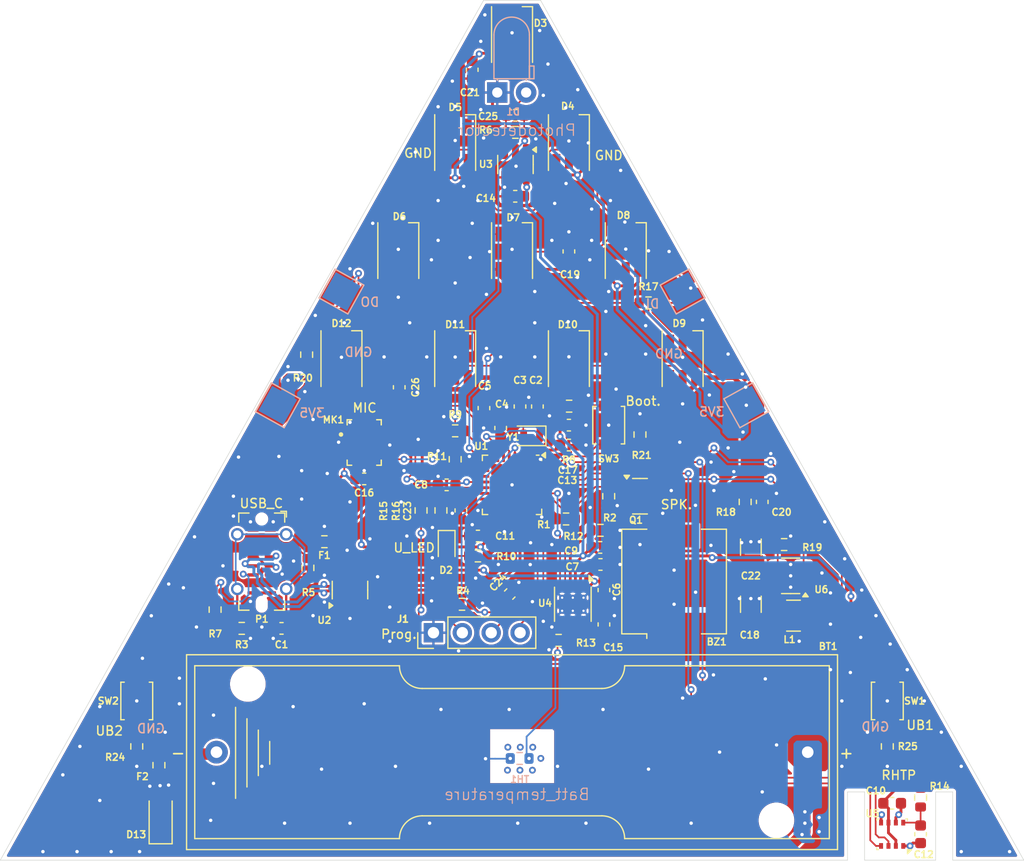
<source format=kicad_pcb>
(kicad_pcb (version 20241229) (generator "pcbnew") (generator_version "9.0")
  (layers (0 "F.Cu" signal) (4 "In1.Cu" signal) (6 "In2.Cu" signal) (2 "B.Cu" signal) (13 "F.Paste" user) (15 "B.Paste" user) (5 "F.SilkS" user "F.Silkscreen") (7 "B.SilkS" user "B.Silkscreen") (1 "F.Mask" user) (3 "B.Mask" user) (25 "Edge.Cuts" user))
  (net 0 "")
  (net 1 "/VCC_BAT")
  (net 2 "Net-(BT1--)")
  (net 3 "Net-(BZ1--)")
  (net 4 "GND")
  (net 5 "Net-(P1-SHIELD)")
  (net 6 "Net-(U1-PC14)")
  (net 7 "Net-(U1-PC15)")
  (net 8 "Net-(U1-VDDA)")
  (net 9 "/VCC_USB")
  (net 10 "Net-(U4-SYS)")
  (net 11 "/AN_LI")
  (net 12 "VCC_MCU")
  (net 13 "Net-(U5-VDD)")
  (net 14 "VCC_L")
  (net 15 "Net-(U6-V_{FB})")
  (net 16 "Net-(D1-A)")
  (net 17 "/LED")
  (net 18 "Net-(D3-DO)")
  (net 20 "/LED_I")
  (net 21 "Net-(D4-DO)")
  (net 23 "Net-(D5-DO)")
  (net 26 "Net-(D6-DO)")
  (net 28 "Net-(D7-DO)")
  (net 30 "Net-(D8-DO)")
  (net 31 "Net-(D10-DI)")
  (net 34 "Net-(D10-DO)")
  (net 36 "Net-(D11-DO)")
  (net 37 "/LED_OUT")
  (net 39 "Net-(F1-Pad1)")
  (net 40 "Net-(U6-SW)")
  (net 41 "/MIC_MISO")
  (net 42 "/MIC_SCL")
  (net 43 "Net-(P1-CC)")
  (net 44 "Net-(Q1-G)")
  (net 45 "/BUZZ")
  (net 46 "/RST")
  (net 47 "/RST_TP")
  (net 48 "/TIA_FB")
  (net 49 "Net-(U1-PA3)")
  (net 50 "Net-(U1-PA8)")
  (net 51 "Net-(U4-SD)")
  (net 52 "Net-(U4-ISET)")
  (net 53 "Net-(U4-BATMS)")
  (net 54 "/AN_BAT")
  (net 55 "/LED_CTL")
  (net 56 "Net-(H3-MP)")
  (net 57 "/B2")
  (net 58 "/B1")
  (net 59 "Net-(U4-NTC)")
  (net 60 "/SWDIO")
  (net 61 "/SWCLK")
  (net 62 "/STA_CHG")
  (net 63 "/USB_N")
  (net 64 "/SENS_SDA")
  (net 65 "/SENS_SCL")
  (net 66 "/CTL_LEN")
  (net 67 "/BL")
  (net 68 "/CTL_CEN")
  (net 69 "/USB_P")
  (net 73 "/I_USB_P")
  (net 74 "/I_USB_N")
  (net 76 "Net-(P1-VCONN)")
  (footprint "Resistor_SMD:R_0603_1608Metric" (layer "F.Cu") (at 145 112.25)
    (property "Reference" "R9")
    (property "Value" "22k" (hide yes))
  )
  (footprint "Capacitor_SMD:C_0603_1608Metric" (layer "F.Cu") (at 137 116.475)
    (property "Reference" "C16")
    (property "Value" "100n" (hide yes))
  )
  (footprint "semiconductors:MIC_CMM-4030DT-261280-TR" (layer "F.Cu") (at 137 113.275 180)
    (property "Reference" "MK1")
    (property "Value" "cmm-4030dt" (hide yes))
  )
  (footprint "Crystal:Crystal_SMD_2012-2Pin_2.0x1.2mm" (layer "F.Cu") (at 151.72 112.69 180)
    (property "Reference" "Y1")
    (property "Value" "32.768K" (hide yes))
  )
  (footprint "Resistor_SMD:R_0603_1608Metric" (layer "F.Cu") (at 132.05 124.3 90)
    (property "Reference" "R5")
    (property "Value" "5K1" (hide yes))
  )
  (footprint "Capacitor_SMD:C_0603_1608Metric" (layer "F.Cu") (at 147 121.5 180)
    (property "Reference" "C11")
    (property "Value" "100n" (hide yes))
  )
  (footprint "Capacitor_SMD:C_0603_1608Metric" (layer "F.Cu") (at 147.53 110.25 90)
    (property "Reference" "C5")
    (property "Value" "4u7" (hide yes))
  )
  (footprint "LED_SMD:LED_RGB_PLCC-6" (layer "F.Cu") (at 150 77.5 -90)
    (property "Reference" "D3")
    (property "Value" "SK6812MINIRGBW-NW-P6" (hide yes))
  )
  (footprint "Resistor_SMD:R_0603_1608Metric" (layer "F.Cu") (at 185.925 144.5 -90)
    (property "Reference" "R14")
    (property "Value" "220" (hide yes))
  )
  (footprint "Resistor_SMD:R_0603_1608Metric" (layer "F.Cu") (at 155.02 110.08 180)
    (property "Reference" "R8")
    (property "Value" "220" (hide yes))
  )
  (footprint "Resistor_SMD:R_0603_1608Metric" (layer "F.Cu") (at 162 101)
    (property "Reference" "R17")
    (property "Value" "220" (hide yes))
  )
  (footprint "Capacitor_SMD:C_0603_1608Metric" (layer "F.Cu") (at 185.925 147.725 -90)
    (property "Reference" "C12")
    (property "Value" "100n" (hide yes))
  )
  (footprint "Buzzer_Beeper:Buzzer_CUI_CPT-9019S-SMT" (layer "F.Cu") (at 164.25 125.5 90)
    (property "Reference" "BZ1")
    (property "Value" "Buzzer" (hide yes))
  )
  (footprint "LED_SMD:LED_RGB_PLCC-6" (layer "F.Cu") (at 145 106 -90)
    (property "Reference" "D11")
    (property "Value" "SK6812MINIRGBW-NW-P6" (hide yes))
  )
  (footprint "Resistor_SMD:R_0603_1608Metric" (layer "F.Cu") (at 123.89 127.97 90)
    (property "Reference" "R7")
    (property "Value" "5K1")
  )
  (footprint "Resistor_SMD:R_0603_1608Metric" (layer "F.Cu") (at 145 114.75 90)
    (property "Reference" "R11")
    (property "Value" "22K" (hide yes))
  )
  (footprint "Capacitor_SMD:C_0603_1608Metric" (layer "F.Cu") (at 144.25 117 180)
    (property "Reference" "C8")
    (property "Value" "100n" (hide yes))
  )
  (footprint "Capacitor_SMD:C_0603_1608Metric" (layer "F.Cu") (at 172 118.5 -90)
    (property "Reference" "C20")
    (property "Value" "100n" (hide yes))
  )
  (footprint "Capacitor_SMD:C_0603_1608Metric" (layer "F.Cu") (at 158.08 126.25 -90)
    (property "Reference" "C6")
    (property "Value" "2u2" (hide yes))
  )
  (footprint "Capacitor_SMD:C_0603_1608Metric" (layer "F.Cu") (at 140.08 108.42 -90)
    (property "Reference" "C26")
    (property "Value" "100n" (hide yes))
  )
  (footprint "Resistor_SMD:R_0603_1608Metric" (layer "F.Cu") (at 173.925 122.25 180)
    (property "Reference" "R19")
    (property "Value" "56K" (hide yes))
  )
  (footprint "Capacitor_SMD:C_0603_1608Metric" (layer "F.Cu") (at 146.5 80.5 -90)
    (property "Reference" "C21")
    (property "Value" "100n" (hide yes))
  )
  (footprint "Capacitor_SMD:C_0603_1608Metric" (layer "F.Cu") (at 155 111.75)
    (property "Reference" "C17")
    (property "Value" "4u7" (hide yes))
  )
  (footprint "Capacitor_SMD:C_0603_1608Metric" (layer "F.Cu") (at 149.8 126.6 45)
    (property "Reference" "C24")
    (property "Value" "100n" (hide yes))
  )
  (footprint "Resistor_SMD:R_0603_1608Metric" (layer "F.Cu") (at 154.75 120 180)
    (property "Reference" "R1")
    (property "Value" "220" (hide yes))
  )
  (footprint "LED_SMD:LED_RGB_PLCC-6" (layer "F.Cu") (at 155 106 -90)
    (property "Reference" "D10")
    (property "Value" "SK6812MINIRGBW-NW-P6" (hide yes))
  )
  (footprint "Capacitor_SMD:C_0603_1608Metric" (layer "F.Cu") (at 145.5 119.25 -90)
    (property "Reference" "C23")
    (property "Value" "100n" (hide yes))
  )
  (footprint "Capacitor_SMD:C_0603_1608Metric" (layer "F.Cu") (at 158.08 129.275 90)
    (property "Reference" "C15")
    (property "Value" "4u7" (hide yes))
  )
  (footprint "Resistor_SMD:R_0603_1608Metric" (layer "F.Cu") (at 183 140 90)
    (property "Reference" "R25")
    (property "Value" "100K" (hide yes))
  )
  (footprint "Resistor_SMD:R_0603_1608Metric" (layer "F.Cu") (at 117 140 90)
    (property "Reference" "R24")
    (property "Value" "100K" (hide yes))
  )
  (footprint "Battery:BatteryHolder_Keystone_2460_1xAA" (layer "F.Cu") (at 176 140.505 180)
    (property "Reference" "BT1")
    (property "Value" "3v3 AA" (hide yes))
  )
  (footprint "Capacitor_SMD:C_0603_1608Metric" (layer "F.Cu") (at 150.29 84.505)
    (property "Reference" "C25")
    (property "Value" "10P" (hide yes))
  )
  (footprint "LED_SMD:LED_RGB_PLCC-6" (layer "F.Cu") (at 150 96.5 -90)
    (property "Reference" "D7")
    (property "Value" "SK6812MINIRGBW-NW-P6" (hide yes))
  )
  (footprint "Package_TO_SOT_SMD:SOT-23" (layer "F.Cu") (at 161.25 118)
    (property "Reference" "Q1")
    (property "Value" "AO3400A" (hide yes))
  )
  (footprint "Inductor_SMD:L_1210_3225Metric" (layer "F.Cu") (at 174.75 128.5)
    (property "Reference" "L1")
    (property "Value" "2u2" (hide yes))
  )
  (footprint "Capacitor_SMD:C_0603_1608Metric" (layer "F.Cu") (at 152.23 110.11 -90)
    (property "Reference" "C2")
    (property "Value" "10P" (hide yes))
  )
  (footprint "Resistor_SMD:R_0603_1608Metric" (layer "F.Cu") (at 131.94 105.55 -90)
    (property "Reference" "R20")
    (property "Value" "220" (hide yes))
  )
  (footprint "LED_SMD:LED_RGB_PLCC-6" (layer "F.Cu") (at 155 87 -90)
    (property "Reference" "D4")
    (property "Value" "SK6812MINIRGBW-NW-P6" (hide yes))
  )
  (footprint "Capacitor_SMD:C_0603_1608Metric" (layer "F.Cu") (at 150.28 91.625 180)
    (property "Reference" "C14")
    (property "Value" "100n" (hide yes))
  )
  (footprint "Capacitor_SMD:C_0603_1608Metric" (layer "F.Cu") (at 129.73 129.62 180)
    (property "Reference" "C1")
    (property "Value" "100n" (hide yes))
  )
  (footprint "Resistor_SMD:R_0603_1608Metric" (layer "F.Cu") (at 143.75 119.25 90)
    (property "Reference" "R16")
    (property "Value" "47K" (hide yes))
  )
  (footprint "Resistor_SMD:R_0603_1608Metric" (layer "F.Cu") (at 170.5 118.5 90)
    (property "Reference" "R18")
    (property "Value" "330K" (hide yes))
  )
  (footprint "Resistor_SMD:R_0603_1608Metric" (layer "F.Cu") (at 154.095 130.675)
    (property "Reference" "R13")
    (property "Value" "1K" (hide yes))
  )
  (footprint "Connector_PinHeader_2.54mm:PinHeader_1x04_P2.54mm_Vertical" (layer "F.Cu") (at 143.09 130 90)
    (property "Reference" "J1")
    (property "Value" "Conn_01x04_Pin")
  )
  (footprint "LED_SMD:LED_RGB_PLCC-6" (layer "F.Cu") (at 135 106 -90)
    (property "Reference" "D12")
    (property "Value" "SK6812MINIRGBW-NW-P6" (hide yes))
  )
  (footprint "Capacitor_SMD:C_1206_3216Metric" (layer "F.Cu") (at 171 127.5 90)
    (property "Reference" "C18")
    (property "Value" "47u" (hide yes))
  )
  (footprint "Diode_SMD:D_SMF" (layer "F.Cu") (at 119.1 146.2 90)
    (property "Reference" "D13")
    (property "Value" "SMF5V0A" (hide yes))
  )
  (footprint "LED_SMD:LED_RGB_PLCC-6" (layer "F.Cu") (at 145 87 -90)
    (property "Reference" "D5")
    (property "Value" "SK6812MINIRGBW-NW-P6" (hide yes))
  )
  (footprint "Resistor_SMD:R_0603_1608Metric" (layer "F.Cu") (at 142 119.25 -90)
    (property "Reference" "R15")
    (property "Value" "100K" (hide yes))
  )
  (footprint "Button_Switch_SMD:SW_SPST_B3U-1000P" (layer "F.Cu") (at 158.5 111.75 90)
    (property "Reference" "SW3")
    (property "Value" "B3U-1000P" (hide yes))
  )
  (footprint "Capacitor_SMD:C_0603_1608Metric" (layer "F.Cu") (at 149 112 90)
    (property "Reference" "C4")
    (property "Value" "100n" (hide yes))
  )
  (footprint "Resistor_SMD:R_0603_1608Metric" (layer "F.Cu") (at 157.775 121 180)
    (property "Reference" "R12")
    (property "Value" "1K" (hide yes))
  )
  (footprint "Package_DFN_QFN:QFN-32-1EP_5x5mm_P0.5mm_EP3.45x3.45mm" (layer "F.Cu") (at 150 117 -90)
    (property "Reference" "U1")
    (property "Value" "STM32U073KCUx" (hide yes))
  )
  (footprint "Capacitor_SMD:C_0603_1608Metric" (layer "F.Cu") (at 157.775 124)
    (property "Reference" "C7")
    (property "Value" "2u2" (hide yes))
  )
  (footprint "Capacitor_SMD:C_0603_1608Metric" (layer "F.Cu") (at 150.7 110.11 -90)
    (property "Reference" "C3")
    (property "Value" "10P" (hide yes))
  )
  (footprint "Resistor_SMD:R_0603_1608Metric" (layer "F.Cu") (at 118.95 141.65 -90)
    (property "Reference" "F2")
    (property "Value" "2A" (hide yes))
  )
  (footprint "Button_Switch_SMD:SW_SPST_B3U-1000P" (layer "F.Cu") (at 117 136 -90)
    (property "Reference" "SW2")
    (property "Value" "B3U-1000P" (hide yes))
  )
  (footprint "LED_SMD:LED_RGB_PLCC-6" (layer "F.Cu") (at 160 96.5 -90)
    (property "Reference" "D8")
    (property "Value" "SK6812MINIRGBW-NW-P6" (hide yes))
  )
  (footprint "Resistor_SMD:R_0603_1608Metric" (layer "F.Cu") (at 150.29 86.005)
    (property "Reference" "R6")
    (property "Value" "330K" (hide yes))
  )
  (footprint "Package_TO_SOT_SMD:SOT-23-5" (layer "F.Cu") (at 150.3 88.8275 -90)
    (property "Reference" "U3")
    (property "Value" "MCP6L01x-xOT" (hide yes))
  )
  (footprint "Resistor_SMD:R_0603_1608Metric" (layer "F.Cu") (at 145.6 127.5 180)
    (property "Reference" "R4")
    (property "Value" "220" (hide yes))
  )
  (footprint "Resistor_SMD:R_0603_1608Metric" (layer "F.Cu") (at 147 123.25)
    (property "Reference" "R10")
    (property "Value" "22k" (hide yes))
  )
  (footprint "Capacitor_SMD:C_0603_1608Metric" (layer "F.Cu") (at 155 96.475 90)
    (property "Reference" "C19")
    (property "Value" "100n" (hide yes))
  )
  (footprint "Resistor_SMD:R_0603_1608Metric" (layer "F.Cu") (at 126.23 129.62 180)
    (property "Reference" "R3")
    (property "Value" "330K" (hide yes))
  )
  (footprint "Button_Switch_SMD:SW_SPST_B3U-1000P" (layer "F.Cu") (at 183 136 -90)
    (property "Reference" "SW1")
    (property "Value" "B3U-1000P" (hide yes))
  )
  (footprint "Resistor_SMD:R_0603_1608Metric" (layer "F.Cu") (at 161.25 112.575 -90)
    (property "Reference" "R21")
    (property "Value" "100K" (hide yes))
  )
  (footprint "Capacitor_SMD:C_0603_1608Metric" (layer "F.Cu") (at 183.425 145)
    (property "Reference" "C10")
    (property "Value" "100n" (hide yes))
  )
  (footprint "Package_DFN_QFN:DFN-12-1EP_3x3mm_P0.45mm_EP1.65x2.38mm_ThermalVias" (layer "F.Cu") (at 155.345 127.5 -90)
    (property "Reference" "U4")
    (property "Value" "STNS01" (hide yes))
  )
  (footprint "Package_LGA:Bosch_LGA-8_2.5x2.5mm_P0.65mm_ClockwisePinNumbering" (layer "F.Cu") (at 183.425 147.725 180)
    (property "Reference" "U5")
    (property "Value" "BME280" (hide yes))
  )
  (footprint "LED_SMD:LED_0603_1608Metric" (layer "F.Cu") (at 144.25 122.5 -90)
    (property "Reference" "D2")
    (property "Value" "RED" (hide yes))
  )
  (footprint "Package_TO_SOT_SMD:SC-74-6_1.55x2.9mm_P0.95mm" (layer "F.Cu") (at 135.75 126.25 90)
    (property "Reference" "U2")
    (property "Value" "IP4234CZ6" (hide yes))
  )
  (footprint "Capacitor_SMD:C_0603_1608Metric" (layer "F.Cu") (at 157.75 122.5)
    (property "Reference" "C9")
    (property "Value" "2u2" (hide yes))
  )
  (footprint "LED_SMD:LED_RGB_PLCC-6" (layer "F.Cu") (at 140 96.5 -90)
    (property "Reference" "D6")
    (property "Value" "SK6812MINIRGBW-NW-P6" (hide yes))
  )
  (footprint "Resistor_SMD:R_0603_1608Metric" (layer "F.Cu") (at 133.5 122)
    (property "Reference" "F1")
    (property "Value" "1A" (hide yes))
  )
  (footprint "Connector_USB:USB_C_Receptacle_G-Switch_GT-USB-7051x" (layer "F.Cu") (at 127.99 123.75 -90)
    (property "Reference" "P1")
    (property "Value" "USB_C_Plug_USB2.0" (hide yes))
  )
  (footprint "Package_TO_SOT_SMD:SOT-23-6" (layer "F.Cu") (at 174.5 125 180)
    (property "Reference" "U6")
    (property "Value" "TLV61070ADBV" (hide yes))
  )
  (footprint "LED_SMD:LED_RGB_PLCC-6" (layer "F.Cu") (at 165 106 -90)
    (property "Reference" "D9")
    (property "Value" "SK6812MINIRGBW-NW-P6" (hide yes))
  )
  (footprint "Capacitor_SMD:C_0603_1608Metric" (layer "F.Cu") (at 155 113.5)
    (property "Reference" "C13")
    (property "Value" "100n" (hide yes))
  )
  (footprint "Resistor_SMD:R_0603_1608Metric" (layer "F.Cu") (at 158.5 118 90)
    (property "Reference" "R2")
    (property "Value" "100K" (hide yes))
  )
  (footprint "Capacitor_SMD:C_1206_3216Metric" (layer "F.Cu") (at 171 122.475 90)
    (property "Reference" "C22")
    (property "Value" "47u" (hide yes))
  )
  (footprint "semiconductors:TestPoint_Pad_2.5x2.5mm" (layer "B.Cu") (at 165 100 119)
    (property "Reference" "H4" (hide yes))
    (property "Value" "LI" (hide yes))
  )
  (footprint "LED_THT:LED_D3.0mm_Horizontal_O1.27mm_Z6.0mm" (layer "B.Cu") (at 148.7 82.5)
    (property "Reference" "D1")
    (property "Value" "SFH203P" (hide yes))
  )
  (footprint "semiconductors:TestPoint_Pad_2.5x2.5mm" (layer "B.Cu") (at 135 100 151)
    (property "Reference" "H3" (hide yes))
    (property "Value" "LO" (hide yes))
  )
  (footprint "Resistor_SMD:R_0603_1608Metric" (layer "B.Cu") (at 150.67 141.06 180)
    (property "Reference" "TH1")
    (property "Value" "10K_ntc" (hide yes))
  )
  (footprint "semiconductors:TestPoint_Pad_2.5x2.5mm" (layer "B.Cu") (at 129.4 110 151)
    (property "Reference" "H6" (hide yes))
    (property "Value" "VCC_L" (hide yes))
  )
  (footprint "semiconductors:TestPoint_Pad_2.5x2.5mm" (layer "B.Cu") (at 170.6 110 119)
    (property "Reference" "H1" (hide yes))
    (property "Value" "VCC_L" (hide yes))
  )
  (gr_line (start 147.499739 74.39) (end 152.51 74.39) (stroke (width 0.05)) (layer "Edge.Cuts"))
  (gr_line (start 181 144) (end 181 150) (stroke (width 0.05)) (layer "Edge.Cuts"))
  (gr_line (start 147.499739 74.39) (end 105 150) (stroke (width 0.05)) (layer "Edge.Cuts"))
  (gr_line (start 179.5 150) (end 179.5 144) (stroke (width 0.05)) (layer "Edge.Cuts"))
  (gr_line (start 179.5 150) (end 105 150) (stroke (width 0.05)) (layer "Edge.Cuts"))
  (gr_line (start 152.51 74.39) (end 195 150) (stroke (width 0.05)) (layer "Edge.Cuts"))
  (gr_line (start 187.25 150) (end 187.25 144) (stroke (width 0.05)) (layer "Edge.Cuts"))
  (gr_line (start 188.75 150) (end 195 150) (stroke (width 0.05)) (layer "Edge.Cuts"))
  (gr_line (start 181 150) (end 187.25 150) (stroke (width 0.05)) (layer "Edge.Cuts"))
  (gr_line (start 188.75 144) (end 188.75 150) (stroke (width 0.05)) (layer "Edge.Cuts"))
  (gr_line (start 179.5 144) (end 181 144) (stroke (width 0.05)) (layer "Edge.Cuts"))
  (gr_line (start 187.25 144) (end 188.75 144) (stroke (width 0.05)) (layer "Edge.Cuts"))
  (gr_text "UB2" (at 113.3 139.1 0) (layer "F.SilkS") (effects (font (size 0.8 0.8) (thickness 0.13)) (justify left bottom)))
  (gr_text "Prog." (at 138.4 130.6 0) (layer "F.SilkS") (effects (font (size 0.8 0.8) (thickness 0.13)) (justify left bottom)))
  (gr_text "U_LED" (at 139.5 123 0) (layer "F.SilkS") (effects (font (size 0.8 0.8) (thickness 0.13)) (justify left bottom)))
  (gr_text "GND\n" (at 157.2 88.5 0) (layer "F.SilkS") (effects (font (size 0.8 0.8) (thickness 0.13)) (justify left bottom)))
  (gr_text "Boot." (at 159.9 110.1 0) (layer "F.SilkS") (effects (font (size 0.8 0.8) (thickness 0.13)) (justify left bottom)))
  (gr_text "RHTP" (at 182.4 143 0) (layer "F.SilkS") (effects (font (size 0.8 0.8) (thickness 0.13)) (justify left bottom)))
  (gr_text "USB_C" (at 125.97 119.1 0) (layer "F.SilkS") (effects (font (size 0.8 0.8) (thickness 0.13)) (justify left bottom)))
  (gr_text "UB1" (at 184.6 138.6 0) (layer "F.SilkS") (effects (font (size 0.8 0.8) (thickness 0.13)) (justify left bottom)))
  (gr_text "SPK." (at 163 119.2 0) (layer "F.SilkS") (effects (font (size 0.8 0.8) (thickness 0.13)) (justify left bottom)))
  (gr_text "MIC" (at 135.9 110.7 0) (layer "F.SilkS") (effects (font (size 0.8 0.8) (thickness 0.13)) (justify left bottom)))
  (gr_text "GND\n" (at 140.434145 88.3 0) (layer "F.SilkS") (effects (font (size 0.8 0.8) (thickness 0.13)) (justify left bottom)))
  (gr_text "DO" (at 138.4 101.4 -0) (layer "B.SilkS") (effects (font (size 0.8 0.8) (thickness 0.13)) (justify left bottom mirror)))
  (gr_text "Photodetector" (at 155.7 86.4 0) (layer "B.SilkS") (effects (font (size 1 1) (thickness 0.1)) (justify left bottom mirror)))
  (gr_text "DI\n" (at 163.028827 101.55 -0) (layer "B.SilkS") (effects (font (size 0.8 0.8) (thickness 0.13)) (justify left bottom mirror)))
  (gr_text "3V5\n" (at 133.6 111.15 -0) (layer "B.SilkS") (effects (font (size 0.8 0.8) (thickness 0.13)) (justify left bottom mirror)))
  (gr_text "GND\n" (at 183.25 138.75 -0) (layer "B.SilkS") (effects (font (size 0.8 0.8) (thickness 0.13)) (justify left bottom mirror)))
  (gr_text "GND\n" (at 165.1 105.95 -0) (layer "B.SilkS") (effects (font (size 0.8 0.8) (thickness 0.13)) (justify left bottom mirror)))
  (gr_text "3V5\n" (at 168.75 111.05 -0) (layer "B.SilkS") (effects (font (size 0.8 0.8) (thickness 0.13)) (justify left bottom mirror)))
  (gr_text "Batt_temperature" (at 156.9 144.8 0) (layer "B.SilkS") (effects (font (size 1 1) (thickness 0.1)) (justify left bottom mirror)))
  (gr_text "GND\n" (at 119.55 138.9 -0) (layer "B.SilkS") (effects (font (size 0.8 0.8) (thickness 0.13)) (justify left bottom mirror)))
  (gr_text "GND\n" (at 137.8 105.8 -0) (layer "B.SilkS") (effects (font (size 0.8 0.8) (thickness 0.13)) (justify left bottom mirror)))
  (via (at 150.695 142.09) (size 0.6) (drill 0.3) (layers "F.Cu" "B.Cu") (net 0))
  (via (at 152.53 141.05) (size 0.6) (drill 0.3) (layers "F.Cu" "B.Cu") (net 0))
  (via (at 149.6 142.09) (size 0.6) (drill 0.3) (layers "F.Cu" "B.Cu") (net 0))
  (via (at 150.725 140.07) (size 0.6) (drill 0.3) (layers "F.Cu" "B.Cu") (net 0))
  (via (at 151.79 142.09) (size 0.6) (drill 0.3) (layers "F.Cu" "B.Cu") (net 0))
  (via (at 151.82 140.07) (size 0.6) (drill 0.3) (layers "F.Cu" "B.Cu") (net 0))
  (via (at 149.63 140.07) (size 0.6) (drill 0.3) (layers "F.Cu" "B.Cu") (net 0))
  (segment (start 120.8 148.75) (end 174.5 148.75) (width 1) (layer "F.Cu") (net 1))
  (segment (start 169.775 128.975) (end 171 128.975) (width 0.25) (layer "F.Cu") (net 1))
  (segment (start 119.1 147.65) (end 119.7 147.65) (width 1) (layer "F.Cu") (net 1))
  (segment (start 175.75 147.5) (end 175.75 146.75) (width 1) (layer "F.Cu") (net 1))
  (segment (start 169.25 129.5) (end 169.775 128.975) (width 0.25) (layer "F.Cu") (net 1))
  (segment (start 156.47 128.95) (end 156.47 129.72) (width 0.25) (layer "F.Cu") (net 1))
  (segment (start 156.02 128.95) (end 156.02 130.02) (width 0.25) (layer "F.Cu") (net 1))
  (segment (start 158 130.75) (end 158.08 130.67) (width 0.25) (layer "F.Cu") (net 1))
  (segment (start 174.5 148.75) (end 175.5 147.75) (width 1) (layer "F.Cu") (net 1))
  (segment (start 175.5 147.75) (end 175.75 147.5) (width 1) (layer "F.Cu") (net 1))
  (segment (start 164.25 129.5) (end 169.25 129.5) (width 0.25) (layer "F.Cu") (net 1))
  (segment (start 173.35 131.65) (end 173.35 128.5) (width 0.25) (layer "F.Cu") (net 1))
  (segment (start 156.8 130.05) (end 158.08 130.05) (width 0.25) (layer "F.Cu") (net 1))
  (segment (start 175.75 146.75) (end 175.75 145.75) (width 1) (layer "F.Cu") (net 1))
  (segment (start 158.08 130.67) (end 158.08 130.05) (width 0.25) (layer "F.Cu") (net 1))
  (segment (start 171 128.975) (end 172.875 128.975) (width 0.25) (layer "F.Cu") (net 1))
  (segment (start 173.3625 125.95) (end 173.3625 128.4875) (width 0.5) (layer "F.Cu") (net 1))
  (segment (start 119.7 147.65) (end 120.8 148.75) (width 1) (layer "F.Cu") (net 1))
  (segment (start 156.47 129.72) (end 156.8 130.05) (width 0.25) (layer "F.Cu") (net 1))
  (segment (start 156.02 130.02) (end 156.75 130.75) (width 0.25) (layer "F.Cu") (net 1))
  (segment (start 158.08 130.05) (end 163.7 130.05) (width 0.25) (layer "F.Cu") (net 1))
  (segment (start 173.25 131.75) (end 173.35 131.65) (width 0.25) (layer "F.Cu") (net 1))
  (segment (start 176 140.505) (end 176 134.5) (width 0.25) (layer "F.Cu") (net 1))
  (segment (start 156.75 130.75) (end 158 130.75) (width 0.25) (layer "F.Cu") (net 1))
  (segment (start 176 134.5) (end 173.25 131.75) (width 0.25) (layer "F.Cu") (net 1))
  (via (at 175.5 147.75) (size 0.6) (drill 0.3) (layers "F.Cu" "B.Cu") (net 1))
  (via (at 175.75 145.75) (size 0.6) (drill 0.3) (layers "F.Cu" "B.Cu") (net 1))
  (via (at 175.75 146.75) (size 0.6) (drill 0.3) (layers "F.Cu" "B.Cu") (net 1))
  (segment (start 176 145.5) (end 175.75 145.75) (width 1) (layer "B.Cu") (net 1))
  (segment (start 176 140.505) (end 176 145.5) (width 1) (layer "B.Cu") (net 1))
  (segment (start 119.1 140.675) (end 123.84 140.675) (width 1) (layer "F.Cu") (net 2))
  (segment (start 118.95 140.825) (end 119.1 140.675) (width 1) (layer "F.Cu") (net 2))
  (segment (start 164.25 119) (end 164.25 121.5) (width 0.15) (layer "F.Cu") (net 3))
  (segment (start 163.25 118) (end 164.25 119) (width 0.15) (layer "F.Cu") (net 3))
  (segment (start 162.1875 118) (end 163.25 118) (width 0.15) (layer "F.Cu") (net 3))
  (segment (start 128.75 120.97) (end 128.75 120.5) (width 0.25) (layer "F.Cu") (net 4))
  (segment (start 185.925 148.5) (end 185.25 148.5) (width 0.25) (layer "F.Cu") (net 4))
  (segment (start 183 140.825) (end 183 141.75) (width 0.25) (layer "F.Cu") (net 4))
  (segment (start 128.955 129.62) (end 128.955 130.455) (width 0.25) (layer "F.Cu") (net 4))
  (segment (start 143.5 116.25) (end 143.5 116.975) (width 0.25) (layer "F.Cu") (net 4))
  (segment (start 147.76 108.56) (end 147.76 109.245) (width 0.25) (layer "F.Cu") (net 4))
  (segment (start 118.95 143.2) (end 118.95 142.475) (width 0.25) (layer "F.Cu") (net 4))
  (segment (start 118.15 143.5) (end 118.65 143.5) (width 0.25) (layer "F.Cu") (net 4))
  (segment (start 127.23 126.5) (end 127.23 127.02) (width 0.25) (layer "F.Cu") (net 4))
  (segment (start 150 88.79) (end 148.82 88.79) (width 0.25) (layer "F.Cu") (net 4))
  (segment (start 118.65 143.5) (end 118.95 143.2) (width 0.25) (layer "F.Cu") (net 4))
  (segment (start 119.725 142.475) (end 118.95 142.475) (width 0.25) (layer "F.Cu") (net 4))
  (segment (start 138.5 113.5) (end 138.275 113.275) (width 0.25) (layer "F.Cu") (net 4))
  (segment (start 117 140.825) (end 117 141.75) (width 0.25) (layer "F.Cu") (net 4))
  (segment (start 128.75 126.5) (end 127.23 126.5) (width 0.25) (layer "F.Cu") (net 4))
  (segment (start 159.25 118.825) (end 160.1875 118.825) (width 0.25) (layer "F.Cu") (net 4))
  (segment (start 128.955 130.455) (end 129 130.5) (width 0.25) (layer "F.Cu") (net 4))
  (segment (start 127.23 127.02) (end 127 127.25) (width 0.25) (layer "F.Cu") (net 4))
  (segment (start 119.05 143.45) (end 119.05 142.575) (width 0.25) (layer "F.Cu") (net 4))
  (segment (start 153.27 130.675) (end 153.27 131.48) (width 0.25) (layer "F.Cu") (net 4))
  (segment (start 184.2 145) (end 184.2 145.8) (width 0.25) (layer "F.Cu") (net 4))
  (segment (start 119.8 143.4) (end 119.8 142.55) (width 0.25) (layer "F.Cu") (net 4))
  (segment (start 149.52 110.16) (end 149 110.68) (width 0.25) (layer "F.Cu") (net 4))
  (segment (start 134.775 113.275) (end 134.75 113.25) (width 0.25) (layer "F.Cu") (net 4))
  (segment (start 154.05 128.95) (end 153.5 129.5) (width 0.25) (layer "F.Cu") (net 4))
  (segment (start 155 105.74) (end 155 104.45) (width 0.25) (layer "F.Cu") (net 4))
  (segment (start 146.225 120.775) (end 146.5 120.5) (width 0.25) (layer "F.Cu") (net 4))
  (segment (start 145 86.72) (end 145 85.45) (width 0.25) (layer "F.Cu") (net 4))
  (segment (start 135.725 113.275) (end 134.775 113.275) (width 0.25) (layer "F.Cu") (net 4))
  (segment (start 150.34 88.075) (end 150.34 88.45) (width 0.25) (layer "F.Cu") (net 4))
  (segment (start 145 105.76) (end 145 104.45) (width 0.25) (layer "F.Cu") (net 4))
  (segment (start 154.22 128.95) (end 154.05 128.95) (width 0.25) (layer "F.Cu") (net 4))
  (segment (start 149.39 89.85) (end 149.39 91.725) (width 0.25) (layer "F.Cu") (net 4))
  (segment (start 158.6 121) (end 159.5 121) (width 0.25) (layer "F.Cu") (net 4))
  (segment (start 150 96.29) (end 150 94.95) (width 0.25) (layer "F.Cu") (net 4))
  (segment (start 127.23 120.48) (end 127 120.25) (width 0.25) (layer "F.Cu") (net 4))
  (segment (start 161.25 110.75) (end 161.25 111.75) (width 0.25) (layer "F.Cu") (net 4))
  (segment (start 184.2 145.8) (end 184 146) (width 0.25) (layer "F.Cu") (net 4))
  (segment (start 137 115.75) (end 137.725 116.475) (width 0.25) (layer "F.Cu") (net 4))
  (segment (start 153.27 131.48) (end 153.25 131.5) (width 0.25) (layer "F.Cu") (net 4))
  (segment (start 150 77.25) (end 150 75.95) (width 0.25) (layer "F.Cu") (net 4))
  (segment (start 155 86.76) (end 155 85.45) (width 0.25) (layer "F.Cu") (net 4))
  (segment (start 152.4375 115.25) (end 152.4375 114.8125) (width 0.25) (layer "F.Cu") (net 4))
  (segment (start 146.225 121.5) (end 146.225 120.775) (width 0.25) (layer "F.Cu") (net 4))
  (segment (start 143.675 120.075) (end 143 120.75) (width 0.25) (layer "F.Cu") (net 4))
  (segment (start 137.725 116.475) (end 137.775 116.475) (width 0.25) (layer "F.Cu") (net 4))
  (segment (start 150.34 88.45) (end 150 88.79) (width 0.25) (layer "F.Cu") (net 4))
  (segment (start 148.82 88.79) (end 148.28 88.25) (width 0.25) (layer "F.Cu") (net 4))
  (segment (start 127.055 129.62) (end 127.055 130.5) (width 0.25) (layer "F.Cu") (net 4))
  (segment (start 135.75 127.4) (end 135.75 128.75) (width 0.25) (layer "F.Cu") (net 4))
  (segment (start 158.525 122.5) (end 159.5 122.5) (width 0.25) (layer "F.Cu") (net 4))
  (segment (start 135 105.78) (end 135 104.45) (width 0.25) (layer "F.Cu") (net 4))
  (segment (start 159 128.5) (end 158.08 128.5) (width 0.25) (layer "F.Cu") (net 4))
  (segment (start 155 95.7) (end 155 94.75) (width 0.25) (layer "F.Cu") (net 4))
  (segment (start 137 115.75) (end 137 115.05) (width 0.25) (layer "F.Cu") (net 4))
  (segment (start 119.05 142.575) (end 118.95 142.475) (width 0.25) (layer "F.Cu") (net 4))
  (segment (start 119.75 144.8) (end 119.75 144.15) (width 0.25) (layer "F.Cu") (net 4))
  (segment (start 183.75 146.25) (end 184 146) (width 0.25) (layer "F.Cu") (net 4))
  (segment (start 145.275 120.025) (end 144.75 119.5) (width 0.25) (layer "F.Cu") (net 4))
  (segment (start 137 111.5) (end 135.75 111.5) (width 0.25) (layer "F.Cu") (net 4))
  (segment (start 139.25 113.5) (end 138.5 113.5) (width 0.25) (layer "F.Cu") (net 4))
  (segment (start 155.775 111.75) (end 156.5 111.75) (width 0.25) (layer "F.Cu") (net 4))
  (segment (start 149 110.68) (end 149 111.225) (width 0.25) (layer "F.Cu") (net 4))
  (segment (start 128.75 120.5) (end 129 120.25) (width 0.25) (layer "F.Cu") (net 4))
  (segment (start 158.55 124) (end 159.5 124) (width 0.25) (layer "F.Cu") (net 4))
  (segment (start 183.75 146.7) (end 183.75 146.25) (width 0.25) (layer "F.Cu") (net 4))
  (segment (start 165 105.78) (end 165 104.45) (width 0.25) (layer "F.Cu") (net 4))
  (segment (start 174.75 121.75) (end 174.5 121.5) (width 0.25) (layer "F.Cu") (net 4))
  (segment (start 147.5 118.75) (end 147 119.25) (width 0.25) (layer "F.Cu") (net 4))
  (segment (start 140 96.29) (end 140 94.95) (width 0.25) (layer "F.Cu") (net 4))
  (segment (start 185.25 148.5) (end 185 148.75) (width 0.25) (layer "F.Cu") (net 4))
  (segment (start 127.055 130.5) (end 127 130.5) (width 0.25) (layer "F.Cu") (net 4))
  (segment (start 182.45 146.05) (end 182.5 146) (width 0.25) (layer "F.Cu") (net 4))
  (segment (start 175.6375 125) (end 174.5 125) (width 0.25) (layer "F.Cu") (net 4))
  (segment (start 184.4 148.75) (end 185 148.75) (width 0.25) (layer "F.Cu") (net 4))
  (segment (start 160 96.27) (end 160 94.95) (width 0.25) (layer "F.Cu") (net 4))
  (segment (start 127.23 120.97) (end 127.23 120.48) (width 0.25) (layer "F.Cu") (net 4))
  (segment (start 119.8 142.55) (end 119.725 142.475) (width 0.25) (layer "F.Cu") (net 4))
  (segment (start 158.5 118.825) (end 160.1875 118.825) (width 0.25) (layer "F.Cu") (net 4))
  (segment (start 155.775 113.5) (end 156.5 113.5) (width 0.25) (layer "F.Cu") (net 4))
  (segment (start 148.28 88.25) (end 148.28 82.51) (width 0.25) (layer "F.Cu") (net 4))
  (segment (start 152.4375 114.8125) (end 152.5 114.75) (width 0.25) (layer "F.Cu") (net 4))
  (segment (start 146.5 81.275) (end 146.5 82.25) (width 0.25) (layer "F.Cu") (net 4))
  (segment (start 119.75 144.15) (end 119.05 143.45) (width 0.25) (layer "F.Cu") (net 4))
  (segment (start 159 127) (end 158.105 127) (width 0.25) (layer "F.Cu") (net 4))
  (segment (start 174.75 122.25) (end 174.75 121.75) (width 0.25) (layer "F.Cu") (net 4))
  (segment (start 182.45 146.7) (end 182.45 146.05) (width 0.25) (layer "F.Cu") (net 4))
  (via (at 169 113.75) (size 0.6) (drill 0.3) (layers "F.Cu" "B.Cu") (net 4))
  (via (at 129.5 114.5) (size 0.6) (drill 0.3) (layers "F.Cu" "B.Cu") (net 4))
  (via (at 120.75 134) (size 0.6) (drill 0.3) (layers "F.Cu" "B.Cu") (net 4))
  (via (at 154.75 90.5) (size 0.6) (drill 0.3) (layers "F.Cu" "B.Cu") (net 4))
  (via (at 143.5 114) (size 0.6) (drill 0.3) (layers "F.Cu" "B.Cu") (net 4))
  (via (at 185 148.75) (size 0.6) (drill 0.3) (layers "F.Cu" "B.Cu") (net 4))
  (via (at 146.31 97.01) (size 0.6) (drill 0.3) (layers "F.Cu" "B.Cu") (net 4))
  (via (at 167.75 117.5) (size 0.6) (drill 0.3) (layers "F.Cu" "B.Cu") (net 4))
  (via (at 150 117) (size 0.6) (drill 0.3) (layers "F.Cu" "B.Cu") (net 4))
  (via (at 145 83.72) (size 0.6) (drill 0.3) (layers "F.Cu" "B.Cu") (net 4))
  (via (at 189.5 149.25) (size 0.6) (drill 0.3) (layers "F.Cu" "B.Cu") (net 4))
  (via (at 187.75 138.75) (size 0.6) (drill 0.3) (layers "F.Cu" "B.Cu") (net 4))
  (via (at 156.5 111.75) (size 0.6) (drill 0.3) (layers "F.Cu" "B.Cu") (net 4))
  (via (at 144 111) (size 0.6) (drill 0.3) (layers "F.Cu" "B.Cu") (net 4))
  (via (at 175.25 130.75) (size 0.6) (drill 0.3) (layers "F.Cu" "B.Cu") (net 4))
  (via (at 152.5 114.75) (size 0.6) (drill 0.3) (layers "F.Cu" "B.Cu") (net 4))
  (via (at 143.75 136.75) (size 0.6) (drill 0.3) (layers "F.Cu" "B.Cu") (net 4))
  (via (at 165.75 146.75) (size 0.6) (drill 0.3) (layers "F.Cu" "B.Cu") (net 4))
  (via (at 152 102.75) (size 0.6) (drill 0.3) (layers "F.Cu" "B.Cu") (net 4))
  (via (at 159.5 124) (size 0.6) (drill 0.3) (layers "F.Cu" "B.Cu") (net 4))
  (via (at 156.84 97.21) (size 0.6) (drill 0.3) (layers "F.Cu" "B.Cu") (net 4))
  (via (at 179.75 133.5) (size 0.6) (drill 0.3) (layers "F.Cu" "B.Cu") (net 4))
  (via (at 119.5 138.75) (size 0.6) (drill 0.3) (layers "F.Cu" "B.Cu") (net 4))
  (via (at 167.35 109.1) (size 0.6) (drill 0.3) (layers "F.Cu" "B.Cu") (net 4))
  (via (at 133.75 116) (size 0.6) (drill 0.3) (layers "F.Cu" "B.Cu") (net 4))
  (via (at 159.25 118.825) (size 0.6) (drill 0.3) (layers "F.Cu" "B.Cu") (net 4))
  (via (at 154 141.75) (size 0.6) (drill 0.3) (layers "F.Cu" "B.Cu") (net 4))
  (via (at 147.76 108.56) (size 0.6) (drill 0.3) (layers "F.Cu" "B.Cu") (net 4))
  (via (at 123.75 137.25) (size 0.6) (drill 0.3) (layers "F.Cu" "B.Cu") (net 4))
  (via (at 149.52 110.16) (size 0.6) (drill 0.3) (layers "F.Cu" "B.Cu") (net 4))
  (via (at 153.5 129.5) (size 0.6) (drill 0.3) (layers "F.Cu" "B.Cu") (net 4))
  (via (at 130.79 123.7) (size 0.6) (drill 0.3) (layers "F.Cu" "B.Cu") (net 4))
  (via (at 145 105.76) (size 0.6) (drill 0.3) (layers "F.Cu" "B.Cu") (net 4))
  (via (at 146.25 114.5) (size 0.6) (drill 0.3) (layers "F.Cu" "B.Cu") (net 4))
  (via (at 174.5 125) (size 0.6) (drill 0.3) (layers "F.Cu" "B.Cu") (net 4))
  (via (at 125.95 114.56) (size 0.6) (drill 0.3) (layers "F.Cu" "B.Cu") (net 4))
  (via (at 178 126.5) (size 0.6) (drill 0.3) (layers "F.Cu" "B.Cu") (net 4))
  (via (at 137 136.25) (size 0.6) (drill 0.3) (layers "F.Cu" "B.Cu") (net 4))
  (via (at 133.5 120.65) (size 0.6) (drill 0.3) (layers "F.Cu" "B.Cu") (net 4))
  (via (at 178 133.25) (size 0.6) (drill 0.3) (layers "F.Cu" "B.Cu") (net 4))
  (via (at 119.8 143.4) (size 0.6) (drill 0.3) (layers "F.Cu" "B.Cu") (net 4))
  (via (at 150.5 146.75) (size 0.6) (drill 0.3) (layers "F.Cu" "B.Cu") (net 4))
  (via (at 133.500444 127.30903) (size 0.6) (drill 0.3) (layers "F.Cu" "B.Cu") (net 4))
  (via (at 131.78 108.8) (size 0.6) (drill 0.3) (layers "F.Cu" "B.Cu") (net 4))
  (via (at 122.25 129.5) (size 0.6) (drill 0.3) (layers "F.Cu" "B.Cu") (net 4))
  (via (at 152.61 119.83) (size 0.6) (drill 0.3) (layers "F.Cu" "B.Cu") (net 4))
  (via (at 189.5 141.75) (size 0.6) (drill 0.3) (layers "F.Cu" "B.Cu") (net 4))
  (via (at 155.75 98.75) (size 0.6) (drill 0.3) (layers "F.Cu" "B.Cu") (net 4))
  (via (at 151.63 122.09) (size 0.6) (drill 0.3) (layers "F.Cu" "B.Cu") (net 4))
  (via (at 164.25 124.5) (size 0.6) (drill 0.3) (layers "F.Cu" "B.Cu") (net 4))
  (via (at 113.75 136.5) (size 0.6) (drill 0.3) (layers "F.Cu" "B.Cu") (net 4))
  (via (at 125.5 119.75) (size 0.6) (drill 0.3) (layers "F.Cu" "B.Cu") (net 4))
  (via (at 140 100.5) (size 0.6) (drill 0.3) (layers "F.Cu" "B.Cu") (net 4))
  (via (at 132.7 102.1) (size 0.6) (drill 0.3) (layers "F.Cu" "B.Cu") (net 4))
  (via (at 167.49 122.32) (size 0.6) (drill 0.3) (layers "F.Cu" "B.Cu") (net 4))
  (via (at 177.25 124.75) (size 0.6) (drill 0.3) (layers "F.Cu" "B.Cu") (net 4))
  (via (at 120.75 136.25) (size 0.6) (drill 0.3) (layers "F.Cu" "B.Cu") (net 4))
  (via (at 159 127) (size 0.6) (drill 0.3) (layers "F.Cu" "B.Cu") (net 4))
  (via (at 146.8 125.2) (size 0.6) (drill 0.3) (layers "F.Cu" "B.Cu") (net 4))
  (via (at 130.3 106.6) (size 0.6) (drill 0.3) (layers "F.Cu" "B.Cu") (net 4))
  (via (at 179.25 123.5) (size 0.6) (drill 0.3) (layers "F.Cu" "B.Cu") (net 4))
  (via (at 135.5 122.75) (size 0.6) (drill 0.3) (layers "F.Cu" "B.Cu") (net 4))
  (via (at 183.25 131) (size 0.6) (drill 0.3) (layers "F.Cu" "B.Cu") (net 4))
  (via (at 135 105.78) (size 0.6) (drill 0.3) (layers "F.Cu" "B.Cu") (net 4))
  (via (at 153.29 110.93) (size 0.6) (drill 0.3) (layers "F.Cu" "B.Cu") (net 4))
  (via (at 156.72 109.12) (size 0.6) (drill 0.3) (layers "F.Cu" "B.Cu") (net 4))
  (via (at 117 136) (size 0.6) (drill 0.3) (layers "F.Cu" "B.Cu") (net 4))
  (via (at 158.5 100) (size 0.6) (drill 0.3) (layers "F.Cu" "B.Cu") (net 4))
  (via (at 132.5 128.5) (size 0.6) (drill 0.3) (layers "F.Cu" "B.Cu") (net 4))
  (via (at 112 140) (size 0.6) (drill 0.3) (layers "F.Cu" "B.Cu") (net 4))
  (via (at 172 144) (size 0.6) (drill 0.3) (layers "F.Cu" "B.Cu") (net 4))
  (via (at 139.25 113.5) (size 0.6) (drill 0.3) (layers "F.Cu" "B.Cu") (net 4))
  (via (at 157 95.5) (size 0.6) (drill 0.3) (layers "F.Cu" "B.Cu") (net 4))
  (via (at 177 147.5) (size 0.6) (drill 0.3) (layers "F.Cu" "B.Cu") (net 4))
  (via (at 153.5 95.5) (size 0.6) (drill 0.3) (layers "F.Cu" "B.Cu") (net 4))
  (via (at 148.8 124) (size 0.6) (drill 0.3) (layers "F.Cu" "B.Cu") (net 4))
  (via (at 182.5 146) (size 0.6) (drill 0.3) (layers "F.Cu" "B.Cu") (net 4))
  (via (at 159.92 93.89) (size 0.6) (drill 0.3) (layers "F.Cu" "B.Cu") (net 4))
  (via (at 108.75 149.25) (size 0.6) (drill 0.3) (layers "F.Cu" "B.Cu") (net 4))
  (via (at 140.39 93.52) (size 0.6) (drill 0.3) (layers "F.Cu" "B.Cu") (net 4))
  (via (at 147.5 86.5) (size 0.6) (drill 0.3) (layers "F.Cu" "B.Cu") (net 4))
  (via (at 184.75 133.25) (size 0.6) (drill 0.3) (layers "F.Cu" "B.Cu") (net 4))
  (via (at 139.25 127.75) (size 0.6) (drill 0.3) (layers "F.Cu" "B.Cu") (net 4))
  (via (at 164.25 127.5) (size 0.6) (drill 0.3) (layers "F.Cu" "B.Cu") (net 4))
  (via (at 137.5 121.75) (size 0.6) (drill 0.3) (layers "F.Cu" "B.Cu") (net 4))
  (via (at 147.5 112) (size 0.6) (drill 0.3) (layers "F.Cu" "B.Cu") (net 4))
  (via (at 139.25 130.75) (size 0.6) (drill 0.3) (layers "F.Cu" "B.Cu") (net 4))
  (via (at 142.75 146.75) (size 0.6) (drill 0.3) (layers "F.Cu" "B.Cu") (net 4))
  (via (at 149.75 136.75) (size 0.6) (drill 0.3) (layers "F.Cu" "B.Cu") (net 4))
  (via (at 145.3 131.6) (size 0.6) (drill 0.3) (layers "F.Cu" "B.Cu") (net 4))
  (via (at 183 141.75) (size 0.6) (drill 0.3) (layers "F.Cu" "B.Cu") (net 4))
  (via (at 159.5 121) (size 0.6) (drill 0.3) (layers "F.Cu" "B.Cu") (net 4))
  (via (at 152.09 86.575) (size 0.6) (drill 0.3) (layers "F.Cu" "B.Cu") (net 4))
  (via (at 150.6 125.575) (size 0.6) (drill 0.3) (layers "F.Cu" "B.Cu") (net 4))
  (via (at 133.25 142) (size 0.6) (drill 0.3) (layers "F.Cu" "B.Cu") (net 4))
  (via (at 164.75 113.25) (size 0.6) (drill 0.3) (layers "F.Cu" "B.Cu") (net 4))
  (via (at 117.25 149.25) (size 0.6) (drill 0.3) (layers "F.Cu" "B.Cu") (net 4))
  (via (at 170 127) (size 0.6) (drill 0.3) (layers "F.Cu" "B.Cu") (net 4))
  (via (at 132.5 111.25) (size 0.6) (drill 0.3) (layers "F.Cu" "B.Cu") (net 4))
  (via (at 180.66 130.41) (size 0.6) (drill 0.3) (layers "F.Cu" "B.Cu") (net 4))
  (via (at 153.25 131.5) (size 0.6) (drill 0.3) (layers "F.Cu" "B.Cu") (net 4))
  (via (at 152.43 77.05) (size 0.6) (drill 0.3) (layers "F.Cu" "B.Cu") (net 4))
  (via (at 165 105.78) (size 0.6) (drill 0.3) (layers "F.Cu" "B.Cu") (net 4))
  (via (at 173.25 117.75) (size 0.6) (drill 0.3) (layers "F.Cu" "B.Cu") (net 4))
  (via (at 193.75 149.25) (size 0.6) (drill 0.3) (layers "F.Cu" "B.Cu") (net 4))
  (via (at 142.99 123.41) (size 0.6) (drill 0.3) (layers "F.Cu" "B.Cu") (net 4))
  (via (at 158 136.75) (size 0.6) (drill 0.3) (layers "F.Cu" "B.Cu") (net 4))
  (via (at 144.75 81.5) (size 0.6) (drill 0.3) (layers "F.Cu" "B.Cu") (net 4))
  (via (at 182 128.5) (size 0.6) (drill 0.3) (layers "F.Cu" "B.Cu") (net 4))
  (via (at 172.75 114.25) (size 0.6) (drill 0.3) (layers "F.Cu" "B.Cu") (net 4))
  (via (at 151.47 109.3) (size 0.6) (drill 0.3) (layers "F.Cu" "B.Cu") (net 4))
  (via (at 154.5 115.5) (size 0.6) (drill 0.3) (layers "F.Cu" "B.Cu") (net 4))
  (via (at 149.34 90.825) (size 0.6) (drill 0.3) (layers "F.Cu" "B.Cu") (net 4))
  (via (at 143.5 116.25) (size 0.6) (drill 0.3) (layers "F.Cu" "B.Cu") (net 4))
  (via (at 161.25 122.25) (size 0.6) (drill 0.3) (layers "F.Cu" "B.Cu") (net 4))
  (via (at 158.5 111.75) (size 0.6) (drill 0.3) (layers "F.Cu" "B.Cu") (net 4))
  (via (at 145 86.72) (size 0.6) (drill 0.3) (layers "F.Cu" "B.Cu") (net 4))
  (via (at 127 130.5) (size 0.6) (drill 0.3) (layers "F.Cu" "B.Cu") (net 4))
  (via (at 129 130.5) (size 0.6) (drill 0.3) (layers "F.Cu" "B.Cu") (net 4))
  (via (at 129.785086 124.84996) (size 0.6) (drill 0.3) (layers "F.Cu" "B.Cu") (net 4))
  (via (at 147 92) (size 0.6) (drill 0.3) (layers "F.Cu" "B.Cu") (net 4))
  (via (at 159.5 122.5) (size 0.6) (drill 0.3) (layers "F.Cu" "B.Cu") (net 4))
  (via (at 186.25 136) (size 0.6) (drill 0.3) (layers "F.Cu" "B.Cu") (net 4))
  (via (at 130 146.75) (size 0.6) (drill 0.3) (layers "F.Cu" "B.Cu") (net 4))
  (via (at 152 105.75) (size 0.6) (drill 0.3) (layers "F.Cu" "B.Cu") (net 4))
  (via (at 128 129.5) (size 0.6) (drill 0.3) (layers "F.Cu" "B.Cu") (net 4))
  (via (at 179 141.75) (size 0.6) (drill 0.3) (layers "F.Cu" "B.Cu") (net 4))
  (via (at 140.5 115.75) (size 0.6) (drill 0.3) (layers "F.Cu" "B.Cu") (net 4))
  (via (at 140.25 118.5) (size 0.6) (drill 0.3) (layers "F.Cu" "B.Cu") (net 4))
  (via (at 174.5 124) (size 0.6) (drill 0.3) (layers "F.Cu" "B.Cu") (net 4))
  (via (at 155 117.75) (size 0.6) (drill 0.3) (layers "F.Cu" "B.Cu") (net 4))
  (via (at 131.5 118.25) (size 0.6) (drill 0.3) (layers "F.Cu" "B.Cu") (net 4))
  (via (at 173.26 139.87) (size 0.6) (drill 0.3) (layers "F.Cu" "B.Cu") (net 4))
  (via (at 140.75 121.5) (size 0.6) (drill 0.3) (layers "F.Cu" "B.Cu") (net 4))
  (via (at 162 96.42) (size 0.6) (drill 0.3) (layers "F.Cu" "B.Cu") (net 4))
  (via (at 155 86.76) (size 0.6) (drill 0.3) (layers "F.Cu" "B.Cu") (net 4))
  (via (at 165 109.88) (size 0.6) (drill 0.3) (layers "F.Cu" "B.Cu") (net 4))
  (via (at 142.5 105.75) (size 0.6) (drill 0.3) (layers "F.Cu" "B.Cu") (net 4))
  (via (at 150.35 88.98) (size 0.6) (drill 0.3) (layers "F.Cu" "B.Cu") (net 4))
  (via (at 143 125.2) (size 0.6) (drill 0.3) (layers "F.Cu" "B.Cu") (net 4))
  (via (at 117 141.75) (size 0.6) (drill 0.3) (layers "F.Cu" "B.Cu") (net 4))
  (via (at 148.03 96.49) (size 0.6) (drill 0.3) (layers "F.Cu" "B.Cu") (net 4))
  (via (at 135.75 111.5) (size 0.6) (drill 0.3) (layers "F.Cu" "B.Cu") (net 4))
  (via (at 166.75 102.5) (size 0.6) (drill 0.3) (layers "F.Cu" "B.Cu") (net 4))
  (via (at 163.25 119.5) (size 0.6) (drill 0.3) (layers "F.Cu" "B.Cu") (net 4))
  (via (at 165 135.75) (size 0.6) (drill 0.3) (layers "F.Cu" "B.Cu") (net 4))
  (via (at 131.5 115.75) (size 0.6) (drill 0.3) (layers "F.Cu" "B.Cu") (net 4))
  (via (at 135.75 118.5) (size 0.6) (drill 0.3) (layers "F.Cu" "B.Cu") (net 4))
  (via (at 158.65 92) (size 0.6) (drill 0.3) (layers "F.Cu" "B.Cu") (net 4))
  (via (at 113.75 144.75) (size 0.6) (drill 0.3) (layers "F.Cu" "B.Cu") (net 4))
  (via (at 174.5 126) (size 0.6) (drill 0.3) (layers "F.Cu" "B.Cu") (net 4))
  (via (at 158.25 105.5) (size 0.6) (drill 0.3) (layers "F.Cu" "B.Cu") (net 4))
  (via (at 149.33 121.12) (size 0.6) (drill 0.3) (layers "F.Cu" "B.Cu") (net 4))
  (via (at 161.75 105.5) (size 0.6) (drill 0.3) (layers "F.Cu" "B.Cu") (net 4))
  (via (at 143.5 95.5) (size 0.6) (drill 0.3) (layers "F.Cu" "B.Cu") (net 4))
  (via (at 110.5 142.5) (size 0.6) (drill 0.3) (layers "F.Cu" "B.Cu") (net 4))
  (via (at 178 129.25) (size 0.6) (drill 0.3) (layers "F.Cu" "B.Cu") (net 4))
  (via (at 124.58 124.12) (size 0.6) (drill 0.3) (layers "F.Cu" "B.Cu") (net 4))
  (via (at 166.14 126.44) (size 0.6) (drill 0.3) (layers "F.Cu" "B.Cu") (net 4))
  (via (at 142.91 97.21) (size 0.6) (drill 0.3) (layers "F.Cu" "B.Cu") (net 4))
  (via (at 169.5 115.84) (size 0.6) (drill 0.3) (layers "F.Cu" "B.Cu") (net 4))
  (via (at 180.75 126.25) (size 0.6) (drill 0.3) (layers "F.Cu" "B.Cu") (net 4))
  (via (at 168.25 140.5) (size 0.6) (drill 0.3) (layers "F.Cu" "B.Cu") (net 4))
  (via (at 118.15 143.5) (size 0.6) (drill 0.3) (layers "F.Cu" "B.Cu") (net 4))
  (via (at 153.5 122.25) (size 0.6) (drill 0.3) (layers "F.Cu" "B.Cu") (net 4))
  (via (at 121.1 126.05) (size 0.6) (drill 0.3) (layers "F.Cu" "B.Cu") (net 4))
  (via (at 118.28 128.51) (size 0.6) (drill 0.3) (layers "F.Cu" "B.Cu") (net 4))
  (via (at 159.55 89.35) (size 0.6) (drill 0.3) (layers "F.Cu" "B.Cu") (net 4))
  (via (at 146.5 94) (size 0.6) (drill 0.3) (layers "F.Cu" "B.Cu") (net 4))
  (via (at 153.75 92.25) (size 0.6) (drill 0.3) (layers "F.Cu" "B.Cu") (net 4))
  (via (at 141 102.75) (size 0.6) (drill 0.3) (layers "F.Cu" "B.Cu") (net 4))
  (via (at 167.71 133.71) (size 0.6) (drill 0.3) (layers "F.Cu" "B.Cu") (net 4))
  (via (at 122.08 121.57) (size 0.6) (drill 0.3) (layers "F.Cu" "B.Cu") (net 4))
  (via (at 143.5 83.75) (size 0.6) (drill 0.3) (layers "F.Cu" "B.Cu") (net 4))
  (via (at 169 105.5) (size 0.6) (drill 0.3) (layers "F.Cu" "B.Cu") (net 4))
  (via (at 125.5 118) (size 0.6) (drill 0.3) (layers "F.Cu" "B.Cu") (net 4))
  (via (at 147 119.25) (size 0.6) (drill 0.3) (layers "F.Cu" "B.Cu") (net 4))
  (via (at 171 127) (size 0.6) (drill 0.3) (layers "F.Cu" "B.Cu") (net 4))
  (via (at 150 96.29) (size 0.6) (drill 0.3) (layers "F.Cu" "B.Cu") (net 4))
  (via (at 171.75 127) (size 0.6) (drill 0.3) (layers "F.Cu" "B.Cu") (net 4))
  (via (at 162 142) (size 0.6) (drill 0.3) (layers "F.Cu" "B.Cu") (net 4))
  (via (at 150.01 93.49) (size 0.6) (drill 0.3) (layers "F.Cu" "B.Cu") (net 4))
  (via (at 147.4 127.4) (size 0.6) (drill 0.3) (layers "F.Cu" "B.Cu") (net 4))
  (via (at 156.87 118.99) (size 0.6) (drill 0.3) (layers "F.Cu" "B.Cu") (net 4))
  (via (at 139.75 141.75) (size 0.6) (drill 0.3) (layers "F.Cu" "B.Cu") (net 4))
  (via (at 130.75 136.5) (size 0.6) (drill 0.3) (layers "F.Cu" "B.Cu") (net 4))
  (via (at 177.5 120.25) (size 0.6) (drill 0.3) (layers "F.Cu" "B.Cu") (net 4))
  (via (at 133.5001 124.947941) (size 0.6) (drill 0.3) (layers "F.Cu" "B.Cu") (net 4))
  (via (at 154.72 83.84) (size 0.6) (drill 0.3) (layers "F.Cu" "B.Cu") (net 4))
  (via (at 147.75 105) (size 0.6) (drill 0.3) (layers "F.Cu" "B.Cu") (net 4))
  (via (at 145 99.25) (size 0.6) (drill 0.3) (layers "F.Cu" "B.Cu") (net 4))
  (via (at 129 120.25) (size 0.6) (drill 0.3) (layers "F.Cu" "B.Cu") (net 4))
  (via (at 135.75 146.75) (size 0.6) (drill 0.3) (layers "F.Cu" "B.Cu") (net 4))
  (via (at 128 141.75) (size 0.6) (drill 0.3) (layers "F.Cu" "B.Cu") (net 4))
  (via (at 152 100) (size 0.6) (drill 0.3) (layers "F.Cu" "B.Cu") (net 4))
  (via (at 158.25 101.75) (size 0.6) (drill 0.3) (layers "F.Cu" "B.Cu") (net 4))
  (via (at 143 120.75) (size 0.6) (drill 0.3) (layers "F.Cu" "B.Cu") (net 4))
  (via (at 146.5 120.5) (size 0.6) (drill 0.3) (layers "F.Cu" "B.Cu") (net 4))
  (via (at 170.19 122.08) (size 0.6) (drill 0.3) (layers "F.Cu" "B.Cu") (net 4))
  (via (at 160 96.27) (size 0.6) (drill 0.3) (layers "F.Cu" "B.Cu") (net 4))
  (via (at 155 105.74) (size 0.6) (drill 0.3) (layers "F.Cu" "B.Cu") (net 4))
  (via (at 111.75 149.25) (size 0.6) (drill 0.3) (layers "F.Cu" "B.Cu") (net 4))
  (via (at 156.5 146.75) (size 0.6) (drill 0.3) (layers "F.Cu" "B.Cu") (net 4))
  (via (at 184 146) (size 0.6) (drill 0.3) (layers "F.Cu" "B.Cu") (net 4))
  (via (at 119.05 143.45) (size 0.6) (drill 0.3) (layers "F.Cu" "B.Cu") (net 4))
  (via (at 142.92 127.2) (size 0.6) (drill 0.3) (layers "F.Cu" "B.Cu") (net 4))
  (via (at 147.61 75.67) (size 0.6) (drill 0.3) (layers "F.Cu" "B.Cu") (net 4))
  (via (at 167.5 115) (size 0.6) (drill 0.3) (layers "F.Cu" "B.Cu") (net 4))
  (via (at 164 117.5) (size 0.6) (drill 0.3) (layers "F.Cu" "B.Cu") (net 4))
  (via (at 134.75 113.25) (size 0.6) (drill 0.3) (layers "F.Cu" "B.Cu") (net 4))
  (via (at 155.78 82.25) (size 0.6) (drill 0.3) (layers "F.Cu" "B.Cu") (net 4))
  (via (at 117.5 132.25) (size 0.6) (drill 0.3) (layers "F.Cu" "B.Cu") (net 4))
  (via (at 135.75 128.75) (size 0.6) (drill 0.3) (layers "F.Cu" "B.Cu") (net 4))
  (via (at 137 115.75) (size 0.6) (drill 0.3) (layers "F.Cu" "B.Cu") (net 4))
  (via (at 150.25 113) (size 0.6) (drill 0.3) (layers "F.Cu" "B.Cu") (net 4))
  (via (at 144.97 102.65) (size 0.6) (drill 0.3) (layers "F.Cu" "B.Cu") (net 4))
  (via (at 127 127.25) (size 0.6) (drill 0.3) (layers "F.Cu" "B.Cu") (net 4))
  (via (at 150 77.25) (size 0.6) (drill 0.3) (layers "F.Cu" "B.Cu") (net 4))
  (via (at 147.25 78) (size 0.6) (drill 0.3) (layers "F.Cu" "B.Cu") (net 4))
  (via (at 159 128.5) (size 0.6) (drill 0.3) (layers "F.Cu" "B.Cu") (net 4))
  (via (at 123.75 143.25) (size 0.6) (drill 0.3) (layers "F.Cu" "B.Cu") (net 4))
  (via (at 171.75 122) (size 0.6) (drill 0.3) (layers "F.Cu" "B.Cu") (net 4))
  (via (at 156.5 113.5) (size 0.6) (drill 0.3) (layers "F.Cu" "B.Cu") (net 4))
  (via (at 149.845 141.06) (size 0.6) (drill 0.3) (layers "F.Cu" "B.Cu") (net 4))
  (via (at 127 120.25) (size 0.6) (drill 0.3) (layers "F.Cu" "B.Cu") (net 4))
  (via (at 181.25 138.75) (size 0.6) (drill 0.3) (layers "F.Cu" "B.Cu") (net 4))
  (via (at 179 136) (size 0.6) (drill 0.3) (layers "F.Cu" "B.Cu") (net 4))
  (via (at 177 146.25) (size 0.6) (drill 0.3) (layers "F.Cu" "B.Cu") (net 4))
  (via (at 183 136) (size 0.6) (drill 0.3) (layers "F.Cu" "B.Cu") (net 4))
  (via (at 147.67 141.08) (size 0.6) (drill 0.3) (layers "F.Cu" "B.Cu") (net 4))
  (via (at 114.75 149.25) (size 0.6) (drill 0.3) (layers "F.Cu" "B.Cu") (net 4))
  (via (at 138.18 125.08) (size 0.6) (drill 0.3) (layers "F.Cu" "B.Cu") (net 4))
  (via (at 135.25 102.75) (size 0.6) (drill 0.3) (layers "F.Cu" "B.Cu") (net 4))
  (via (at 141.65 108.87) (size 0.6) (drill 0.3) (layers "F.Cu" "B.Cu") (net 4))
  (via (at 163.81 96.48) (size 0.6) (drill 0.3) (layers "F.Cu" "B.Cu") (net 4))
  (via (at 145.75 90.75) (size 0.6) (drill 0.3) (layers "F.Cu" "B.Cu") (net 4))
  (via (at 155 94.75) (size 0.6) (drill 0.3) (layers "F.Cu" "B.Cu") (net 4))
  (via (at 151.6 124.01) (size 0.6) (drill 0.3) (layers "F.Cu" "B.Cu") (net 4))
  (via (at 147.75 100.25) (size 0.6) (drill 0.3) (layers "F.Cu" "B.Cu") (net 4))
  (via (at 144.75 119.5) (size 0.6) (drill 0.3) (layers "F.Cu" "B.Cu") (net 4))
  (via (at 174.5 121.5) (size 0.6) (drill 0.3) (layers "F.Cu" "B.Cu") (net 4))
  (via (at 166.13 118.8) (size 0.6) (drill 0.3) (layers "F.Cu" "B.Cu") (net 4))
  (via (at 138.75 105.75) (size 0.6) (drill 0.3) (layers "F.Cu" "B.Cu") (net 4))
  (via (at 137.75 94) (size 0.6) (drill 0.3) (layers "F.Cu" "B.Cu") (net 4))
  (via (at 147.25 84) (size 0.6) (drill 0.3) (layers "F.Cu" "B.Cu") (net 4))
  (via (at 161.25 110.75) (size 0.6) (drill 0.3) (layers "F.Cu" "B.Cu") (net 4))
  (via (at 172.27 134.06) (size 0.6) (drill 0.3) (layers "F.Cu" "B.Cu") (net 4))
  (via (at 159.15 108.58) (size 0.6) (drill 0.3) (layers "F.Cu" "B.Cu") (net 4))
  (via (at 123.5 146.5) (size 0.6) (drill 0.3) (layers "F.Cu" "B.Cu") (net 4))
  (via (at 170.25 107.25) (size 0.6) (drill 0.3) (layers "F.Cu" "B.Cu") (net 4))
  (via (at 119.81 125.72) (size 0.6) (drill 0.3) (layers "F.Cu" "B.Cu") (net 4))
  (via (at 149 105.75) (size 0.6) (drill 0.3) (layers "F.Cu" "B.Cu") (net 4))
  (via (at 161.75 103) (size 0.6) (drill 0.3) (layers "F.Cu" "B.Cu") (net 4))
  (via (at 146.5 82.25) (size 0.6) (drill 0.3) (layers "F.Cu" "B.Cu") (net 4))
  (via (at 140 96.29) (size 0.6) (drill 0.3) (layers "F.Cu" "B.Cu") (net 4))
  (via (at 154.94 102.66) (size 0.6) (drill 0.3) (layers "F.Cu" "B.Cu") (net 4))
  (via (at 157 92.75) (size 0.6) (drill 0.3) (layers "F.Cu" "B.Cu") (net 4))
  (via (at 141.75 113) (size 0.6) (drill 0.3) (layers "F.Cu" "B.Cu") (net 4))
  (via (at 152.75 82.75) (size 0.6) (drill 0.3) (layers "F.Cu" "B.Cu") (net 4))
  (via (at 151.79 127.27) (size 0.6) (drill 0.3) (layers "F.Cu" "B.Cu") (net 4))
  (via (at 153.16 80) (size 0.6) (drill 0.3) (layers "F.Cu" "B.Cu") (net 4))
  (via (at 152.75 129) (size 0.6) (drill 0.3) (layers "F.Cu" "B.Cu") (net 4))
  (via (at 135.75 98) (size 0.6) (drill 0.3) (layers "F.Cu" "B.Cu") (net 4))
  (via (at 141.5 87.75) (size 0.6) (drill 0.3) (layers "F.Cu" "B.Cu") (net 4))
  (via (at 171 122) (size 0.6) (drill 0.3) (layers "F.Cu" "B.Cu") (net 4))
  (via (at 156.71 86.93) (size 0.6) (drill 0.3) (layers "F.Cu" "B.Cu") (net 4))
  (via (at 143.5 92) (size 0.6) (drill 0.3) (layers "F.Cu" "B.Cu") (net 4))
  (segment (start 149.825 141.08) (end 149.845 141.06) (width 0.15) (layer "B.Cu") (net 4))
  (segment (start 177.25 124.75) (end 177.25 124.55) (width 0.25) (layer "B.Cu") (net 4))
  (segment (start 148.51 141.08) (end 149.825 141.08) (width 0.15) (layer "B.Cu") (net 4))
  (segment (start 147.67 141.08) (end 148.51 141.08) (width 0.15) (layer "B.Cu") (net 4))
  (segment (start 125.84 126.15) (end 125.84 129.185) (width 0.2) (layer "F.Cu") (net 5))
  (segment (start 125.84 129.185) (end 125.405 129.62) (width 0.2) (layer "F.Cu") (net 5))
  (segment (start 130.14 126.15) (end 130.14 129.255) (width 0.2) (layer "F.Cu") (net 5))
  (segment (start 130.14 129.255) (end 130.505 129.62) (width 0.2) (layer "F.Cu") (net 5))
  (segment (start 125.7 126.01) (end 125.84 126.15) (width 0.15) (layer "B.Cu") (net 5))
  (segment (start 131.75 122.5) (end 130.6 121.35) (width 0.15) (layer "B.Cu") (net 5))
  (segment (start 130.14 121.35) (end 125.84 121.35) (width 0.15) (layer "B.Cu") (net 5))
  (segment (start 130.14 126.15) (end 131.75 124.54) (width 0.15) (layer "B.Cu") (net 5))
  (segment (start 125.7 121.49) (end 125.7 126.01) (width 0.15) (layer "B.Cu") (net 5))
  (segment (start 131.75 124.54) (end 131.75 122.5) (width 0.15) (layer "B.Cu") (net 5))
  (segment (start 125.84 121.35) (end 125.7 121.49) (width 0.15) (layer "B.Cu") (net 5))
  (segment (start 151.77 113.37) (end 152.42 112.72) (width 0.15) (layer "F.Cu") (net 6))
  (segment (start 151.77 113.587394) (end 151.77 113.37) (width 0.15) (layer "F.Cu") (net 6))
  (segment (start 152.24 110.895) (end 152.24 112.235) (width 0.15) (layer "F.Cu") (net 6))
  (segment (start 151.25 114.107394) (end 151.77 113.587394) (width 0.15) (layer "F.Cu") (net 6))
  (segment (start 151.25 114.5625) (end 151.25 114.107394) (width 0.15) (layer "F.Cu") (net 6))
  (segment (start 151.489 113.029) (end 151.15 112.69) (width 0.15) (layer "F.Cu") (net 7))
  (segment (start 150.75 114.21) (end 151.489 113.471) (width 0.15) (layer "F.Cu") (net 7))
  (segment (start 150.99 111.175) (end 150.99 112.385) (width 0.15) (layer "F.Cu") (net 7))
  (segment (start 151.489 113.471) (end 151.489 113.029) (width 0.15) (layer "F.Cu") (net 7))
  (segment (start 152.79 108.51) (end 154.06 109.78) (width 0.15) (layer "F.Cu") (net 8))
  (segment (start 149 112.775) (end 149 113.27) (width 0.15) (layer "F.Cu") (net 8))
  (segment (start 147.595 111.025) (end 148.63 109.99) (width 0.15) (layer "F.Cu") (net 8))
  (segment (start 148.63 109.57) (end 149.69 108.51) (width 0.15) (layer "F.Cu") (net 8))
  (segment (start 149.75 114.02) (end 149.75 114.5625) (width 0.15) (layer "F.Cu") (net 8))
  (segment (start 149 113.27) (end 149.75 114.02) (width 0.15) (layer "F.Cu") (net 8))
  (segment (start 148.63 109.99) (end 148.63 109.57) (width 0.15) (layer "F.Cu") (net 8))
  (segment (start 149 112.756123) (end 147.53 111.286123) (width 0.15) (layer "F.Cu") (net 8))
  (segment (start 149.69 108.51) (end 152.79 108.51) (width 0.15) (layer "F.Cu") (net 8))
  (segment (start 135.75 125.1) (end 135.75 124.25) (width 0.25) (layer "F.Cu") (net 9))
  (segment (start 134.325 121.675) (end 134.325 122) (width 0.25) (layer "F.Cu") (net 9))
  (segment (start 142.1 116.23) (end 142.1 114.325) (width 0.25) (layer "F.Cu") (net 9))
  (segment (start 138.424 123.674) (end 136.224414 123.674) (width 0.25) (layer "F.Cu") (net 9))
  (segment (start 147.5 124.5) (end 139.25 124.5) (width 0.25) (layer "F.Cu") (net 9))
  (segment (start 156.47 126.05) (end 156.675 126.05) (width 0.25) (layer "F.Cu") (net 9))
  (segment (start 156.675 126.05) (end 157.25 125.475) (width 0.25) (layer "F.Cu") (net 9))
  (segment (start 134.325 122) (end 138.575 117.75) (width 0.25) (layer "F.Cu") (net 9))
  (segment (start 135.726 124.124414) (end 134.5 122.898414) (width 0.25) (layer "F.Cu") (net 9))
  (segment (start 138.575 117.75) (end 140.58 117.75) (width 0.25) (layer "F.Cu") (net 9))
  (segment (start 142.1 114.325) (end 144.175 112.25) (width 0.25) (layer "F.Cu") (net 9))
  (segment (start 135.726 124.226) (end 135.726 124.124414) (width 0.25) (layer "F.Cu") (net 9))
  (segment (start 135.774 124.124414) (end 135.774 124.476) (width 0.25) (layer "F.Cu") (net 9))
  (segment (start 135.75 124.25) (end 135.726 124.226) (width 0.25) (layer "F.Cu") (net 9))
  (segment (start 157.25 125.475) (end 158.08 125.475) (width 0.25) (layer "F.Cu") (net 9))
  (segment (start 139.25 124.5) (end 138.424 123.674) (width 0.25) (layer "F.Cu") (net 9))
  (segment (start 140.58 117.75) (end 142.1 116.23) (width 0.25) (layer "F.Cu") (net 9))
  (segment (start 136.224414 123.674) (end 135.774 124.124414) (width 0.25) (layer "F.Cu") (net 9))
  (segment (start 134.5 122.898414) (end 134.5 122.175) (width 0.25) (layer "F.Cu") (net 9))
  (via (at 147.5 124.5) (size 0.6) (drill 0.3) (layers "F.Cu" "B.Cu") (net 9))
  (via (at 157.25 125.475) (size 0.6) (drill 0.3) (layers "F.Cu" "B.Cu") (net 9))
  (segment (start 148 125) (end 156.775 125) (width 0.25) (layer "B.Cu") (net 9))
  (segment (start 156.775 125) (end 157.25 125.475) (width 0.25) (layer "B.Cu") (net 9))
  (segment (start 147.5 124.5) (end 148 125) (width 0.25) (layer "B.Cu") (net 9))
  (segment (start 156.02 126.05) (end 156.02 124.98) (width 0.25) (layer "F.Cu") (net 10))
  (segment (start 156.02 124.98) (end 157 124) (width 0.25) (layer "F.Cu") (net 10))
  (segment (start 147.5625 117.25) (end 145.275 117.25) (width 0.15) (layer "F.Cu") (net 11))
  (segment (start 145 115.575) (end 145 116.975) (width 0.15) (layer "F.Cu") (net 11))
  (segment (start 148.25 120.2) (end 148.25 119.4375) (width 0.25) (layer "F.Cu") (net 12))
  (segment (start 158.5 110.05) (end 156.125 110.05) (width 0.25) (layer "F.Cu") (net 12))
  (segment (start 147.775 121.910597) (end 147.225029 122.460568) (width 0.25) (layer "F.Cu") (net 12))
  (segment (start 128.6 118.95) (end 130.45 117.1) (width 0.25) (layer "F.Cu") (net 12))
  (segment (start 183 134.3) (end 183.8 134.3) (width 0.25) (layer "F.Cu") (net 12))
  (segment (start 183 134.3) (end 180.3 131.6) (width 0.25) (layer "F.Cu") (net 12))
  (segment (start 147.775 121.225) (end 147.775 120.675) (width 0.25) (layer "F.Cu") (net 12))
  (segment (start 130.45 117.1) (end 134.15 117.1) (width 0.25) (layer "F.Cu") (net 12))
  (segment (start 152.21 113.94) (end 153.785 113.94) (width 0.25) (layer "F.Cu") (net 12))
  (segment (start 185.925 143.675) (end 183.825 143.675) (width 0.25) (layer "F.Cu") (net 12))
  (segment (start 185.925 142.925) (end 185.925 143.675) (width 0.25) (layer "F.Cu") (net 12))
  (segment (start 185 142) (end 185.925 142.925) (width 0.25) (layer "F.Cu") (net 12))
  (segment (start 147.775 120.675) (end 148.25 120.2) (width 0.25) (layer "F.Cu") (net 12))
  (segment (start 151.75 114.4) (end 152.21 113.94) (width 0.25) (layer "F.Cu") (net 12))
  (segment (start 167.6 123.4) (end 167.45 123.25) (width 0.25) (layer "F.Cu") (net 12))
  (segment (start 156.2375 123.2375) (end 156.975 122.5) (width 0.25) (layer "F.Cu") (net 12))
  (segment (start 118 134.3) (end 125.05 118.95) (width 0.25) (layer "F.Cu") (net 12))
  (segment (start 117 134.3) (end 118 134.3) (width 0.25) (layer "F.Cu") (net 12))
  (segment (start 135.725 116.475) (end 135.25 116) (width 0.25) (layer "F.Cu") (net 12))
  (segment (start 135.25 116) (end 135.25 115.51) (width 0.15) (layer "F.Cu") (net 12))
  (segment (start 167.45 123.25) (end 157.725 123.25) (width 0.25) (layer "F.Cu") (net 12))
  (segment (start 151.29 90.825) (end 151.29 91.625) (width 0.25) (layer "F.Cu") (net 12))
  (segment (start 153.785 113.94) (end 154.225 113.5) (width 0.25) (layer "F.Cu") (net 12))
  (segment (start 183.1 147.6) (end 183.1 146.7) (width 0.25) (layer "F.Cu") (net 12))
  (segment (start 136.225 116.475) (end 135.725 116.475) (width 0.25) (layer "F.Cu") (net 12))
  (segment (start 136.960568 122.460568) (end 136.75 122.25) (width 0.25) (layer "F.Cu") (net 12))
  (segment (start 136.575 113.95) (end 136.575 112.6) (width 0.25) (layer "F.Cu") (net 12))
  (segment (start 179.8 131.2) (end 179.8 126.8) (width 0.25) (layer "F.Cu") (net 12))
  (segment (start 180.3 131.6) (end 180.2 131.6) (width 0.25) (layer "F.Cu") (net 12))
  (segment (start 183.1 146.7) (end 183.1 145.45) (width 0.25) (layer "F.Cu") (net 12))
  (segment (start 157.725 123.25) (end 156.975 122.5) (width 0.25) (layer "F.Cu") (net 12))
  (segment (start 183.8 134.3) (end 185 135.5) (width 0.25) (layer "F.Cu") (net 12))
  (segment (start 155.57 126.05) (end 155.57 123.905) (width 0.25) (layer "F.Cu") (net 12))
  (segment (start 154.225 112.75) (end 154.225 111.75) (width 0.25) (layer "F.Cu") (net 12))
  (segment (start 183.825 143.675) (end 182.65 144.85) (width 0.25) (layer "F.Cu") (net 12))
  (segment (start 125.05 118.95) (end 128.6 118.95) (width 0.25) (layer "F.Cu") (net 12))
  (segment (start 183.1 145.45) (end 182.65 145) (width 0.25) (layer "F.Cu") (net 12))
  (segment (start 147.775 121.5) (end 147.775 121.910597) (width 0.25) (layer "F.Cu") (net 12))
  (segment (start 134.15 117.1) (end 135.25 116) (width 0.25) (layer "F.Cu") (net 12))
  (segment (start 183.75 148.75) (end 183.75 148.25) (width 0.25) (layer "F.Cu") (net 12))
  (segment (start 185 135.5) (end 185 142) (width 0.25) (layer "F.Cu") (net 12))
  (segment (start 154.34 111.75) (end 155.855 110.235) (width 0.25) (layer "F.Cu") (net 12))
  (segment (start 155.57 123.905) (end 156.2375 123.2375) (width 0.25) (layer "F.Cu") (net 12))
  (segment (start 147.225029 122.460568) (end 136.960568 122.460568) (width 0.25) (layer "F.Cu") (net 12))
  (segment (start 154.225 113.5) (end 154.225 112.75) (width 0.25) (layer "F.Cu") (net 12))
  (segment (start 183.75 148.25) (end 183.1 147.6) (width 0.25) (layer "F.Cu") (net 12))
  (segment (start 180.2 131.6) (end 179.8 131.2) (width 0.25) (layer "F.Cu") (net 12))
  (segment (start 135.25 115.51) (end 136.575 114.185) (width 0.15) (layer "F.Cu") (net 12))
  (segment (start 151.29 89.85) (end 151.29 90.825) (width 0.25) (layer "F.Cu") (net 12))
  (via (at 147.225029 122.460568) (size 0.6) (drill 0.3) (layers "F.Cu" "B.Cu") (net 12))
  (via (at 179.8 126.8) (size 0.6) (drill 0.3) (layers "F.Cu" "B.Cu") (net 12))
  (via (at 154.225 112.75) (size 0.6) (drill 0.3) (layers "F.Cu" "B.Cu") (net 12))
  (via (at 156.2375 123.2375) (size 0.6) (drill 0.3) (layers "F.Cu" "B.Cu") (net 12))
  (via (at 135.25 116) (size 0.6) (drill 0.3) (layers "F.Cu" "B.Cu") (net 12))
  (via (at 151.29 90.825) (size 0.6) (drill 0.3) (layers "F.Cu" "B.Cu") (net 12))
  (via (at 136.75 122.25) (size 0.6) (drill 0.3) (layers "F.Cu" "B.Cu") (net 12))
  (via (at 167.6 123.4) (size 0.6) (drill 0.3) (layers "F.Cu" "B.Cu") (net 12))
  (segment (start 156.7625 123.2375) (end 157.5 122.5) (width 0.25) (layer "B.Cu") (net 12))
  (segment (start 147.9875 123.2375) (end 147.225029 122.475029) (width 0.25) (layer "B.Cu") (net 12))
  (segment (start 152.5 97) (end 152.5 93.71) (width 0.25) (layer "B.Cu") (net 12))
  (segment (start 136.75 122.25) (end 136.75 117.5) (width 0.25) (layer "B.Cu") (net 12))
  (segment (start 157.5 102) (end 152.5 97) (width 0.25) (layer "B.Cu") (net 12))
  (segment (start 157.5 122.5) (end 157.5 102) (width 0.25) (layer "B.Cu") (net 12))
  (segment (start 151.29 92.5) (end 151.29 90.825) (width 0.25) (layer "B.Cu") (net 12))
  (segment (start 147.225029 122.475029) (end 147.225029 122.460568) (width 0.25) (layer "B.Cu") (net 12))
  (segment (start 179.8 126.235412) (end 179.8 126.8) (width 0.25) (layer "B.Cu") (net 12))
  (segment (start 136.75 117.5) (end 135.25 116) (width 0.25) (layer "B.Cu") (net 12))
  (segment (start 176.964588 123.4) (end 179.8 126.235412) (width 0.25) (layer "B.Cu") (net 12))
  (segment (start 167.6 123.4) (end 176.964588 123.4) (width 0.25) (layer "B.Cu") (net 12))
  (segment (start 156.2375 114.7375) (end 154.25 112.75) (width 0.25) (layer "B.Cu") (net 12))
  (segment (start 152.5 93.71) (end 151.29 92.5) (width 0.25) (layer "B.Cu") (net 12))
  (segment (start 156.2375 123.2375) (end 156.2375 114.7375) (width 0.25) (layer "B.Cu") (net 12))
  (segment (start 156.2375 123.2375) (end 156.7625 123.2375) (width 0.25) (layer "B.Cu") (net 12))
  (segment (start 154.25 112.75) (end 154.225 112.75) (width 0.25) (layer "B.Cu") (net 12))
  (segment (start 156.2375 123.2375) (end 147.9875 123.2375) (width 0.25) (layer "B.Cu") (net 12))
  (segment (start 184.4 146.7) (end 185.675 146.7) (width 0.15) (layer "F.Cu") (net 13))
  (segment (start 185.925 146.95) (end 185.925 145.325) (width 0.15) (layer "F.Cu") (net 13))
  (segment (start 144.249 108.6) (end 143.9 108.251) (width 0.4) (layer "F.Cu") (net 14))
  (segment (start 148.9 98.05) (end 148.9 98.65) (width 0.25) (layer "F.Cu") (net 14))
  (segment (start 170.7 123.95) (end 169 122.25) (width 0.25) (layer "F.Cu") (net 14))
  (segment (start 158.9 99.15) (end 158.9 98.05) (width 0.25) (layer "F.Cu") (net 14))
  (segment (start 145.701 108.599) (end 145.701 108.6) (width 0.4) (layer "F.Cu") (net 14))
  (segment (start 148.9 98.65) (end 149.75 99.5) (width 0.25) (layer "F.Cu") (net 14))
  (segment (start 159.25 99.5) (end 158.9 99.15) (width 0.25) (layer "F.Cu") (net 14))
  (segment (start 134.4 108.6) (end 133.9 108.1) (width 0.4) (layer "F.Cu") (net 14))
  (segment (start 136.1 108.1) (end 135.6 108.6) (width 0.4) (layer "F.Cu") (net 14))
  (segment (start 151.1 79.05) (end 151.1 79.9) (width 0.25) (layer "F.Cu") (net 14))
  (segment (start 153.95 107.55) (end 152.9 107.55) (width 0.4) (layer "F.Cu") (net 14))
  (segment (start 150.75 80.25) (end 149.8 80.25) (width 0.25) (layer "F.Cu") (net 14))
  (segment (start 136.1 107.96) (end 136.1 108.1) (width 0.4) (layer "F.Cu") (net 14))
  (segment (start 147.175 79.05) (end 147.1125 79.1125) (width 0.25) (layer "F.Cu") (net 14))
  (segment (start 170.54 108.41) (end 171.55 109.42) (width 0.25) (layer "F.Cu") (net 14))
  (segment (start 169 118.25) (end 169.525 117.725) (width 0.25) (layer "F.Cu") (net 14))
  (segment (start 171.55 109.610696) (end 171.55 110.9) (width 0.4) (layer "F.Cu") (net 14))
  (segment (start 163.9 108.19) (end 164.28 108.57) (width 0.4) (layer "F.Cu") (net 14))
  (segment (start 163.9 107.5) (end 163.9 108.19) (width 0.4) (layer "F.Cu") (net 14))
  (segment (start 153.9 107.55) (end 153.9 108.13) (width 0.4) (layer "F.Cu") (net 14))
  (segment (start 156.1 88.55) (end 156.1 89.4) (width 0.25) (layer "F.Cu") (net 14))
  (segment (start 156.1 108.13) (end 156.1 107.55) (width 0.4) (layer "F.Cu") (net 14))
  (segment (start 143.9 89.4) (end 144.5 90) (width 0.25) (layer "F.Cu") (net 14))
  (segment (start 151.1 98.9) (end 151.1 98.05) (width 0.25) (layer "F.Cu") (net 14))
  (segment (start 143.9 88.55) (end 143.9 89.4) (width 0.25) (layer "F.Cu") (net 14))
  (segment (start 133.9 108.1) (end 133.9 107.962972) (width 0.4) (layer "F.Cu") (net 14))
  (segment (start 149.75 99.5) (end 150.5 99.5) (width 0.25) (layer "F.Cu") (net 14))
  (segment (start 159.25 99.5) (end 160.75 99.5) (width 0.25) (layer "F.Cu") (net 14))
  (segment (start 139.5 99.5) (end 140.5 99.5) (width 0.25) (layer "F.Cu") (net 14))
  (segment (start 151.1 98.05) (end 154.2 98.05) (width 0.25) (layer "F.Cu") (net 14))
  (segment (start 146.1 107.55) (end 146.1 108.2) (width 0.4) (layer "F.Cu") (net 14))
  (segment (start 156.1 89.4) (end 155.75 89.75) (width 0.25) (layer "F.Cu") (net 14))
  (segment (start 131.278727 107.621273) (end 131.2 107.7) (width 0.4) (layer "F.Cu") (net 14))
  (segment (start 145.701 108.6) (end 144.249 108.6) (width 0.4) (layer "F.Cu") (net 14))
  (segment (start 133.9 107.621273) (end 131.278727 107.621273) (width 0.4) (layer "F.Cu") (net 14))
  (segment (start 153.9 89.15) (end 153.9 88.55) (width 0.25) (layer "F.Cu") (net 14))
  (segment (start 166.1 108.2) (end 166.1 108.02) (width 0.4) (layer "F.Cu") (net 14))
  (segment (start 140.5 99.5) (end 141.1 98.9) (width 0.25) (layer "F.Cu") (net 14))
  (segment (start 144.5 90) (end 145 90) (width 0.25) (layer "F.Cu") (net 14))
  (segment (start 150.5 99.5) (end 151.1 98.9) (width 0.25) (layer "F.Cu") (net 14))
  (segment (start 138.9 98.05) (end 138.9 98.9) (width 0.25) (layer "F.Cu") (net 14))
  (segment (start 138.9 98.9) (end 139.5 99.5) (width 0.25) (layer "F.Cu") (net 14))
  (segment (start 155.53 108.7) (end 156.1 108.13) (width 0.4) (layer "F.Cu") (net 14))
  (segment (start 155 97.25) (end 155.8 98.05) (width 0.25) (layer "F.Cu") (net 14))
  (segment (start 145.5 90) (end 146.1 89.4) (width 0.25) (layer "F.Cu") (net 14))
  (segment (start 147.1125 79.1125) (end 146.5 79.725) (width 0.25) (layer "F.Cu") (net 14))
  (segment (start 151.1 79.9) (end 150.75 80.25) (width 0.25) (layer "F.Cu") (net 14))
  (segment (start 152.9 107.55) (end 152.88 107.57) (width 0.4) (layer "F.Cu") (net 14))
  (segment (start 143.9 108.251) (end 143.9 108.04) (width 0.4) (layer "F.Cu") (net 14))
  (segment (start 135.6 108.6) (end 134.4 108.6) (width 0.4) (layer "F.Cu") (net 14))
  (segment (start 160.75 99.5) (end 161.1 99.15) (width 0.25) (layer "F.Cu") (net 14))
  (segment (start 171.55 110.9) (end 172 111.35) (width 0.25) (layer "F.Cu") (net 14))
  (segment (start 143.9 107.582197) (end 136.1 107.582197) (width 0.4) (layer "F.Cu") (net 14))
  (segment (start 155.75 89.75) (end 154.5 89.75) (width 0.25) (layer "F.Cu") (net 14))
  (segment (start 146.1 89.4) (end 146.1 88.55) (width 0.25) (layer "F.Cu") (net 14))
  (segment (start 141.1 98.9) (end 141.1 98.05) (width 0.25) (layer "F.Cu") (net 14))
  (segment (start 169.509304 107.57) (end 171.55 109.610696) (width 0.4) (layer "F.Cu") (net 14))
  (segment (start 169 122.25) (end 169 118.25) (width 0.25) (layer "F.Cu") (net 14))
  (segment (start 154.2 98.05) (end 155 97.25) (width 0.25) (layer "F.Cu") (net 14))
  (segment (start 173.3625 125) (end 172.05 125) (width 0.25) (layer "F.Cu") (net 14))
  (segment (start 154.47 108.7) (end 155.53 108.7) (width 0.4) (layer "F.Cu") (net 14))
  (segment (start 161.1 99.15) (end 161.1 98.05) (width 0.25) (layer "F.Cu") (net 14))
  (segment (start 171.55 109.42) (end 171.55 110.9) (width 0.25) (layer "F.Cu") (net 14))
  (segment (start 165.73 108.57) (end 166.1 108.2) (width 0.4) (layer "F.Cu") (net 14))
  (segment (start 146.12 107.57) (end 146.1 107.55) (width 0.4) (layer "F.Cu") (net 14))
  (segment (start 156.1 107.5) (end 163.9 107.5) (width 0.4) (layer "F.Cu") (net 14))
  (segment (start 166.1 107.57) (end 169.509304 107.57) (width 0.4) (layer "F.Cu") (net 14))
  (segment (start 155.8 98.05) (end 158.9 98.05) (width 0.25) (layer "F.Cu") (net 14))
  (segment (start 153.9 108.13) (end 154.47 108.7) (width 0.4) (layer "F.Cu") (net 14))
  (segment (start 172.05 125) (end 171 123.95) (width 0.25) (layer "F.Cu") (net 14))
  (segment (start 146.1 108.2) (end 145.701 108.599) (width 0.4) (layer "F.Cu") (net 14))
  (segment (start 148.9 79.05) (end 147.175 79.05) (width 0.25) (layer "F.Cu") (net 14))
  (segment (start 145 90) (end 145.5 90) (width 0.25) (layer "F.Cu") (net 14))
  (segment (start 172 111.35) (end 172 117.725) (width 0.25) (layer "F.Cu") (net 14))
  (segment (start 149.8 80.25) (end 148.9 79.35) (width 0.25) (layer "F.Cu") (net 14))
  (segment (start 152.88 107.57) (end 146.12 107.57) (width 0.4) (layer "F.Cu") (net 14))
  (segment (start 164.28 108.57) (end 165.73 108.57) (width 0.4) (layer "F.Cu") (net 14))
  (segment (start 169.525 117.725) (end 172 117.725) (width 0.25) (layer "F.Cu") (net 14))
  (segment (start 154.5 89.75) (end 153.9 89.15) (width 0.25) (layer "F.Cu") (net 14))
  (segment (start 141.1 98.05) (end 148.9 98.05) (width 0.25) (layer "F.Cu") (net 14))
  (via (at 155.75 89.75) (size 0.6) (drill 0.3) (layers "F.Cu" "B.Cu") (net 14))
  (via (at 131.2 107.7) (size 0.6) (drill 0.3) (layers "F.Cu" "B.Cu") (net 14))
  (via (at 170.31 112.36) (size 0.6) (drill 0.3) (layers "F.Cu" "B.Cu") (net 14))
  (via (at 170.6 110) (size 0.6) (drill 0.3) (layers "F.Cu" "B.Cu") (net 14))
  (via (at 145 90) (size 0.6) (drill 0.3) (layers "F.Cu" "B.Cu") (net 14))
  (via (at 147.1125 79.1125) (size 0.6) (drill 0.3) (layers "F.Cu" "B.Cu") (net 14))
  (via (at 170.54 108.41) (size 0.6) (drill 0.3) (layers "F.Cu" "B.Cu") (net 14))
  (via (at 159.25 99.5) (size 0.6) (drill 0.3) (layers "F.Cu" "B.Cu") (net 14))
  (via (at 130.3 107.8) (size 0.6) (drill 0.3) (layers "F.Cu" "B.Cu") (net 14))
  (segment (start 159.25 101.61) (end 159.25 99.5) (width 0.25) (layer "B.Cu") (net 14))
  (segment (start 153.56 86.84) (end 151.96 85.24) (width 0.25) (layer "B.Cu") (net 14))
  (segment (start 145.75 88.25) (end 145.75 85.23) (width 0.25) (layer "B.Cu") (net 14))
  (segment (start 147.1125 79.1275) (end 147.1125 79.1125) (width 0.25) (layer "B.Cu") (net 14))
  (segment (start 161.05 100.95) (end 161.05 98.7) (width 0.25) (layer "B.Cu") (net 14))
  (segment (start 170.3 112.37) (end 168.92 112.37) (width 0.25) (layer "B.Cu") (net 14))
  (segment (start 170.31 112.36) (end 170.3 112.37) (width 0.25) (layer "B.Cu") (net 14))
  (segment (start 145.75 85.23) (end 145.75 80.49) (width 0.25) (layer "B.Cu") (net 14))
  (segment (start 151.96 85.24) (end 145.76 85.24) (width 0.25) (layer "B.Cu") (net 14))
  (segment (start 131.2 108.2) (end 131.2 107.7) (width 0.25) (layer "B.Cu") (net 14))
  (segment (start 145 89) (end 145.75 88.25) (width 0.25) (layer "B.Cu") (net 14))
  (segment (start 155.75 90.04) (end 155.75 89.75) (width 0.25) (layer "B.Cu") (net 14))
  (segment (start 161.05 98.7) (end 158.05 95.7) (width 0.25) (layer "B.Cu") (net 14))
  (segment (start 145.76 85.24) (end 145.75 85.23) (width 0.25) (layer "B.Cu") (net 14))
  (segment (start 170.54 108.41) (end 168.51 108.41) (width 0.25) (layer "B.Cu") (net 14))
  (segment (start 166.52 108.88) (end 159.25 101.61) (width 0.25) (layer "B.Cu") (net 14))
  (segment (start 166.52 109.97) (end 166.52 108.88) (width 0.25) (layer "B.Cu") (net 14))
  (segment (start 158.05 95.7) (end 158.05 92.34) (width 0.25) (layer "B.Cu") (net 14))
  (segment (start 153.56 87.54) (end 153.56 86.84) (width 0.25) (layer "B.Cu") (net 14))
  (segment (start 155.75 89.75) (end 155.75 89.73) (width 0.25) (layer "B.Cu") (net 14))
  (segment (start 168.51 108.41) (end 161.05 100.95) (width 0.25) (layer "B.Cu") (net 14))
  (segment (start 155.75 89.73) (end 153.56 87.54) (width 0.25) (layer "B.Cu") (net 14))
  (segment (start 145.75 80.49) (end 147.1125 79.1275) (width 0.25) (layer "B.Cu") (net 14))
  (segment (start 158.05 92.34) (end 155.75 90.04) (width 0.25) (layer "B.Cu") (net 14))
  (segment (start 129.4 110) (end 131.2 108.2) (width 0.25) (layer "B.Cu") (net 14))
  (segment (start 145 90) (end 145 89) (width 0.25) (layer "B.Cu") (net 14))
  (segment (start 168.92 112.37) (end 166.52 109.97) (width 0.25) (layer "B.Cu") (net 14))
  (segment (start 172.525 119.275) (end 173.1 119.85) (width 0.15) (layer "F.Cu") (net 15))
  (segment (start 172 119.275) (end 172.525 119.275) (width 0.15) (layer "F.Cu") (net 15))
  (segment (start 170.5 119.325) (end 171.95 119.325) (width 0.15) (layer "F.Cu") (net 15))
  (segment (start 173.3625 122.6125) (end 173.3625 124.05) (width 0.15) (layer "F.Cu") (net 15))
  (segment (start 173.1 119.85) (end 173.1 122.25) (width 0.15) (layer "F.Cu") (net 15))
  (segment (start 149.465 85.7125) (end 149.465 84.53) (width 0.15) (layer "F.Cu") (net 16))
  (segment (start 149.39 87.575) (end 149.39 85.7875) (width 0.15) (layer "F.Cu") (net 16))
  (segment (start 149.465 84.53) (end 151.26 82.735) (width 0.15) (layer "F.Cu") (net 16))
  (segment (start 146.175 123.25) (end 144.2875 123.25) (width 0.15) (layer "F.Cu") (net 17))
  (segment (start 153.9 81.9) (end 152 80) (width 0.15) (layer "F.Cu") (net 18))
  (segment (start 153.9 85.45) (end 153.9 81.9) (width 0.15) (layer "F.Cu") (net 18))
  (segment (start 150.75 78) (end 150 78.75) (width 0.15) (layer "F.Cu") (net 18))
  (segment (start 152 78.5) (end 151.5 78) (width 0.15) (layer "F.Cu") (net 18))
  (segment (start 151.5 78) (end 150.75 78) (width 0.15) (layer "F.Cu") (net 18))
  (segment (start 152 80) (end 152 78.5) (width 0.15) (layer "F.Cu") (net 18))
  (segment (start 148.9 77.4) (end 149.526 78.026) (width 0.15) (layer "F.Cu") (net 20))
  (segment (start 165.711963 99.7) (end 165.711963 99.888037) (width 0.15) (layer "F.Cu") (net 20))
  (segment (start 165.711963 99.888037) (end 164.6 101) (width 0.15) (layer "F.Cu") (net 20))
  (segment (start 151.93 77.5) (end 154.75 80.32) (width 0.15) (layer "F.Cu") (net 20))
  (segment (start 154.75 82.65) (end 157.5 85.4) (width 0.15) (layer "F.Cu") (net 20))
  (segment (start 150.064 78.026) (end 150.59 77.5) (width 0.15) (layer "F.Cu") (net 20))
  (segment (start 162.75 94.85) (end 162.75 96.629041) (width 0.15) (layer "F.Cu") (net 20))
  (segment (start 161.15 93.25) (end 162.75 94.85) (width 0.15) (layer "F.Cu") (net 20))
  (segment (start 162.75 96.629041) (end 165.620959 99.5) (width 0.15) (layer "F.Cu") (net 20))
  (segment (start 165.711963 99.661903) (end 165.711963 99.7) (width 0.15) (layer "F.Cu") (net 20))
  (segment (start 150.59 77.5) (end 151.93 77.5) (width 0.15) (layer "F.Cu") (net 20))
  (segment (start 158.75 93.25) (end 161.15 93.25) (width 0.15) (layer "F.Cu") (net 20))
  (segment (start 154.75 80.32) (end 154.75 82.65) (width 0.15) (layer "F.Cu") (net 20))
  (segment (start 149.526 78.026) (end 150.064 78.026) (width 0.15) (layer "F.Cu") (net 20))
  (segment (start 148.9 75.95) (end 148.9 77.4) (width 0.15) (layer "F.Cu") (net 20))
  (segment (start 157.5 92) (end 158.75 93.25) (width 0.15) (layer "F.Cu") (net 20))
  (segment (start 164.6 101) (end 162.825 101) (width 0.15) (layer "F.Cu") (net 20))
  (segment (start 157.5 85.4) (end 157.5 92) (width 0.15) (layer "F.Cu") (net 20))
  (via (at 165.711963 99.7) (size 0.6) (drill 0.3) (layers "F.Cu" "B.Cu") (net 20))
  (segment (start 147.25 87.526) (end 144.996 87.526) (width 0.15) (layer "F.Cu") (net 21))
  (segment (start 147.75 91.89) (end 147.75 88.026) (width 0.15) (layer "F.Cu") (net 21))
  (segment (start 144.996 87.526) (end 143.9 86.43) (width 0.15) (layer "F.Cu") (net 21))
  (segment (start 152.75 88.248) (end 152.75 92.02) (width 0.15) (layer "F.Cu") (net 21))
  (segment (start 154.276 87.526) (end 153.472 87.526) (width 0.15) (layer "F.Cu") (net 21))
  (segment (start 151.91 92.86) (end 148.72 92.86) (width 0.15) (layer "F.Cu") (net 21))
  (segment (start 155 88.25) (end 154.276 87.526) (width 0.15) (layer "F.Cu") (net 21))
  (segment (start 147.75 88.026) (end 147.25 87.526) (width 0.15) (layer "F.Cu") (net 21))
  (segment (start 153.472 87.526) (end 152.75 88.248) (width 0.15) (layer "F.Cu") (net 21))
  (segment (start 152.75 92.02) (end 151.91 92.86) (width 0.15) (layer "F.Cu") (net 21))
  (segment (start 148.72 92.86) (end 147.75 91.89) (width 0.15) (layer "F.Cu") (net 21))
  (segment (start 143.9 86.43) (end 143.9 85.45) (width 0.15) (layer "F.Cu") (net 21))
  (segment (start 144.252 87.45) (end 145 88.198) (width 0.15) (layer "F.Cu") (net 23))
  (segment (start 143.3 87.45) (end 144.252 87.45) (width 0.15) (layer "F.Cu") (net 23))
  (segment (start 142.5 88.25) (end 143.3 87.45) (width 0.15) (layer "F.Cu") (net 23))
  (segment (start 142.5 89.35) (end 142.5 88.25) (width 0.15) (layer "F.Cu") (net 23))
  (segment (start 138.9 92.95) (end 142.5 89.35) (width 0.15) (layer "F.Cu") (net 23))
  (segment (start 138.9 94.95) (end 138.9 92.95) (width 0.15) (layer "F.Cu") (net 23))
  (segment (start 148.9 94.95) (end 147.05 94.95) (width 0.15) (layer "F.Cu") (net 26))
  (segment (start 145.5 96.5) (end 141.05 96.5) (width 0.15) (layer "F.Cu") (net 26))
  (segment (start 147.05 94.95) (end 145.5 96.5) (width 0.15) (layer "F.Cu") (net 26))
  (segment (start 141.05 96.5) (end 140 97.55) (width 0.15) (layer "F.Cu") (net 26))
  (segment (start 151.04 96.5) (end 150 97.54) (width 0.15) (layer "F.Cu") (net 28))
  (segment (start 158.9 94.95) (end 157.35 96.5) (width 0.15) (layer "F.Cu") (net 28))
  (segment (start 157.35 96.5) (end 151.04 96.5) (width 0.15) (layer "F.Cu") (net 28))
  (segment (start 160.75 97) (end 160 97.75) (width 0.15) (layer "F.Cu") (net 30))
  (segment (start 162 102) (end 162 97.5) (width 0.15) (layer "F.Cu") (net 30))
  (segment (start 163.9 103.9) (end 162 102) (width 0.15) (layer "F.Cu") (net 30))
  (segment (start 161.5 97) (end 160.75 97) (width 0.15) (layer "F.Cu") (net 30))
  (segment (start 162 97.5) (end 161.5 97) (width 0.15) (layer "F.Cu") (net 30))
  (segment (start 165 107.25) (end 164.276 106.526) (width 0.15) (layer "F.Cu") (net 31))
  (segment (start 164.276 106.526) (end 154.956 106.526) (width 0.15) (layer "F.Cu") (net 31))
  (segment (start 154.956 106.526) (end 153.9 105.47) (width 0.15) (layer "F.Cu") (net 31))
  (segment (start 153.9 105.47) (end 153.9 104.45) (width 0.15) (layer "F.Cu") (net 31))
  (segment (start 154.328 106.526) (end 144.966 106.526) (width 0.15) (layer "F.Cu") (net 34))
  (segment (start 144.966 106.526) (end 143.9 105.46) (width 0.15) (layer "F.Cu") (net 34))
  (segment (start 155 107.198) (end 154.328 106.526) (width 0.15) (layer "F.Cu") (net 34))
  (segment (start 143.9 105.46) (end 143.9 104.45) (width 0.15) (layer "F.Cu") (net 34))
  (segment (start 134.946 106.526) (end 133.9 105.48) (width 0.15) (layer "F.Cu") (net 36))
  (segment (start 144.276 106.526) (end 134.946 106.526) (width 0.15) (layer "F.Cu") (net 36))
  (segment (start 133.9 105.48) (end 133.9 104.45) (width 0.15) (layer "F.Cu") (net 36))
  (segment (start 145 107.25) (end 144.276 106.526) (width 0.15) (layer "F.Cu") (net 36))
  (segment (start 134.125 106.375) (end 131.94 106.375) (width 0.15) (layer "F.Cu") (net 37))
  (segment (start 135 107.25) (end 134.125 106.375) (width 0.15) (layer "F.Cu") (net 37))
  (segment (start 135 107.55) (end 135 107.25) (width 0.15) (layer "F.Cu") (net 37))
  (segment (start 127.23 125.71) (end 126.5 125.71) (width 0.15) (layer "F.Cu") (net 39))
  (segment (start 126.5 125.71) (end 125.414 124.624) (width 0.15) (layer "F.Cu") (net 39))
  (segment (start 125.414 124.624) (end 125.414 122.91852) (width 0.15) (layer "F.Cu") (net 39))
  (segment (start 128.75 125.71) (end 127.23 125.71) (width 0.15) (layer "F.Cu") (net 39))
  (segment (start 128.75 121.76) (end 129.096 122.106) (width 0.15) (layer "F.Cu") (net 39))
  (segment (start 126.57252 121.76) (end 127.23 121.76) (width 0.15) (layer "F.Cu") (net 39))
  (segment (start 125.414 122.91852) (end 126.57252 121.76) (width 0.15) (layer "F.Cu") (net 39))
  (segment (start 129.096 122.106) (end 132.569 122.106) (width 0.15) (layer "F.Cu") (net 39))
  (segment (start 127.23 121.76) (end 128.75 121.76) (width 0.15) (layer "F.Cu") (net 39))
  (segment (start 175.6375 125.95) (end 176.25 126.5625) (width 0.5) (layer "F.Cu") (net 40))
  (segment (start 176.25 126.5625) (end 176.25 128.4) (width 0.5) (layer "F.Cu") (net 40))
  (segment (start 140.75 116.5) (end 141.5 115.75) (width 0.15) (layer "F.Cu") (net 41))
  (segment (start 139 111.75) (end 138.01 111.75) (width 0.15) (layer "F.Cu") (net 41))
  (segment (start 141.5 115.75) (end 141.5 114.25) (width 0.15) (layer "F.Cu") (net 41))
  (segment (start 141.5 114.25) (end 139 111.75) (width 0.15) (layer "F.Cu") (net 41))
  (segment (start 147.5625 116.75) (end 146.005 116.75) (width 0.15) (layer "F.Cu") (net 41))
  (segment (start 146.005 116.75) (end 146 116.745) (width 0.15) (layer "F.Cu") (net 41))
  (segment (start 138.01 111.75) (end 137.435 112.325) (width 0.15) (layer "F.Cu") (net 41))
  (via (at 140.75 116.5) (size 0.6) (drill 0.3) (layers "F.Cu" "B.Cu") (net 41))
  (via (at 146 116.745) (size 0.6) (drill 0.3) (layers "F.Cu" "B.Cu") (net 41))
  (segment (start 141.6 116.85) (end 145.895 116.85) (width 0.15) (layer "B.Cu") (net 41))
  (segment (start 141.25 116.5) (end 141.6 116.85) (width 0.15) (layer "B.Cu") (net 41))
  (segment (start 140.75 116.5) (end 141.25 116.5) (width 0.15) (layer "B.Cu") (net 41))
  (segment (start 145.895 116.85) (end 146 116.745) (width 0.15) (layer "B.Cu") (net 41))
  (segment (start 145.91 115.41) (end 145.91 114.91) (width 0.15) (layer "F.Cu") (net 42))
  (segment (start 147.5625 116.25) (end 146.75 116.25) (width 0.15) (layer "F.Cu") (net 42))
  (segment (start 137.975 114.75) (end 140.5 114.75) (width 0.15) (layer "F.Cu") (net 42))
  (segment (start 137.425 114.2) (end 137.975 114.75) (width 0.15) (layer "F.Cu") (net 42))
  (segment (start 146.75 116.25) (end 145.91 115.41) (width 0.15) (layer "F.Cu") (net 42))
  (segment (start 145.75 114.75) (end 143 114.75) (width 0.15) (layer "F.Cu") (net 42))
  (segment (start 145.91 114.91) (end 145.75 114.75) (width 0.15) (layer "F.Cu") (net 42))
  (via (at 140.5 114.75) (size 0.6) (drill 0.3) (layers "F.Cu" "B.Cu") (net 42))
  (via (at 143 114.75) (size 0.6) (drill 0.3) (layers "F.Cu" "B.Cu") (net 42))
  (segment (start 143 114.75) (end 140.5 114.75) (width 0.15) (layer "B.Cu") (net 42))
  (segment (start 131.2075 122.6325) (end 131.95 123.375) (width 0.15) (layer "F.Cu") (net 43))
  (segment (start 128.801285 122.601285) (end 128.85257 122.55) (width 0.15) (layer "F.Cu") (net 43))
  (segment (start 129.64743 122.55) (end 129.72993 122.6325) (width 0.15) (layer "F.Cu") (net 43))
  (segment (start 129.72993 122.6325) (end 131.2075 122.6325) (width 0.15) (layer "F.Cu") (net 43))
  (segment (start 128.75 122.55) (end 128.801285 122.601285) (width 0.15) (layer "F.Cu") (net 43))
  (segment (start 128.85257 122.55) (end 129.64743 122.55) (width 0.15) (layer "F.Cu") (net 43))
  (segment (start 155.575 118.925) (end 157.325 117.175) (width 0.15) (layer "F.Cu") (net 44))
  (segment (start 157.325 117.175) (end 158.5 117.175) (width 0.15) (layer "F.Cu") (net 44))
  (segment (start 155.575 120) (end 155.575 118.925) (width 0.15) (layer "F.Cu") (net 44))
  (segment (start 158.5 117.175) (end 160.1875 117.175) (width 0.15) (layer "F.Cu") (net 44))
  (segment (start 153.925 119.625) (end 153.05 118.75) (width 0.15) (layer "F.Cu") (net 45))
  (segment (start 153.925 120) (end 153.925 119.625) (width 0.15) (layer "F.Cu") (net 45))
  (segment (start 153.05 118.75) (end 152.4375 118.75) (width 0.15) (layer "F.Cu") (net 45))
  (segment (start 146.425 127.525) (end 146.425 127.5) (width 0.15) (layer "F.Cu") (net 46))
  (segment (start 147.6 128.2) (end 148.2 128.2) (width 0.15) (layer "F.Cu") (net 46))
  (segment (start 150.25 113.755) (end 150.255 113.75) (width 0.15) (layer "F.Cu") (net 46))
  (segment (start 147.1 128.2) (end 146.425 127.525) (width 0.15) (layer "F.Cu") (net 46))
  (segment (start 148.2 128.2) (end 149.251992 127.148008) (width 0.15) (layer "F.Cu") (net 46))
  (segment (start 147.6 128.2) (end 147.1 128.2) (width 0.15) (layer "F.Cu") (net 46))
  (segment (start 150.25 114.5625) (end 150.25 113.755) (width 0.15) (layer "F.Cu") (net 46))
  (via (at 150.255 113.75) (size 0.6) (drill 0.3) (layers "F.Cu" "B.Cu") (net 46))
  (via (at 147.6 128.2) (size 0.6) (drill 0.3) (layers "F.Cu" "B.Cu") (net 46))
  (segment (start 146.95 128.2) (end 145.565 126.815) (width 0.15) (layer "B.Cu") (net 46))
  (segment (start 150.25 113.75) (end 150.255 113.75) (width 0.15) (layer "B.Cu") (net 46))
  (segment (start 145.565 119.795) (end 147.75 117.61) (width 0.15) (layer "B.Cu") (net 46))
  (segment (start 147.75 117.61) (end 147.75 116.25) (width 0.15) (layer "B.Cu") (net 46))
  (segment (start 147.6 128.2) (end 146.95 128.2) (width 0.15) (layer "B.Cu") (net 46))
  (segment (start 145.565 126.815) (end 145.565 119.795) (width 0.15) (layer "B.Cu") (net 46))
  (segment (start 147.75 116.25) (end 150.25 113.75) (width 0.15) (layer "B.Cu") (net 46))
  (segment (start 144.775 129.145) (end 145.63 130) (width 0.15) (layer "F.Cu") (net 47))
  (segment (start 144.775 127.5) (end 144.775 129.145) (width 0.15) (layer "F.Cu") (net 47))
  (segment (start 151.115 85.7125) (end 151.115 86.755) (width 0.15) (layer "F.Cu") (net 48))
  (segment (start 151.065 84.505) (end 151.065 85.955) (width 0.15) (layer "F.Cu") (net 48))
  (segment (start 151.115 86.755) (end 151.115 87.4) (width 0.15) (layer "F.Cu") (net 48))
  (segment (start 145 113.925) (end 145 111) (width 0.15) (layer "F.Cu") (net 48))
  (via (at 151.115 86.755) (size 0.6) (drill 0.3) (layers "F.Cu" "B.Cu") (net 48))
  (via (at 145 111) (size 0.6) (drill 0.3) (layers "F.Cu" "B.Cu") (net 48))
  (segment (start 148.8 89.07) (end 151.115 86.755) (width 0.15) (layer "B.Cu") (net 48))
  (segment (start 146.5 107.01) (end 146.5 102.25) (width 0.15) (layer "B.Cu") (net 48))
  (segment (start 145 111) (end 145 108.51) (width 0.15) (layer "B.Cu") (net 48))
  (segment (start 146.5 102.25) (end 148.8 99.95) (width 0.15) (layer "B.Cu") (net 48))
  (segment (start 148.8 99.95) (end 148.8 89.07) (width 0.15) (layer "B.Cu") (net 48))
  (segment (start 145 108.51) (end 146.5 107.01) (width 0.15) (layer "B.Cu") (net 48))
  (segment (start 147.5625 114.0625) (end 145.825 112.325) (width 0.15) (layer "F.Cu") (net 49))
  (segment (start 147.5625 115.25) (end 147.5625 114.0625) (width 0.15) (layer "F.Cu") (net 49))
  (segment (start 148 123.25) (end 148.75 122.5) (width 0.15) (layer "F.Cu") (net 50))
  (segment (start 148.75 122.5) (end 148.75 119.4375) (width 0.15) (layer "F.Cu") (net 50))
  (segment (start 155.12 122.83) (end 156.95 121) (width 0.25) (layer "F.Cu") (net 51))
  (segment (start 155.12 126.05) (end 155.12 122.83) (width 0.25) (layer "F.Cu") (net 51))
  (segment (start 155.12 128.95) (end 155.12 129.37) (width 0.15) (layer "F.Cu") (net 52))
  (segment (start 154.92 129.57) (end 154.92 130.675) (width 0.15) (layer "F.Cu") (net 52))
  (segment (start 155.12 129.37) (end 154.92 129.57) (width 0.15) (layer "F.Cu") (net 52))
  (segment (start 141.8 131.1) (end 141.8 128.2) (width 0.15) (layer "F.Cu") (net 53))
  (segment (start 155.57 128.95) (end 155.57 132.18) (width 0.15) (layer "F.Cu") (net 53))
  (segment (start 143.45 132.75) (end 141.8 131.1) (width 0.15) (layer "F.Cu") (net 53))
  (segment (start 141.8 128.2) (end 142 128) (width 0.15) (layer "F.Cu") (net 53))
  (segment (start 155 132.75) (end 143.45 132.75) (width 0.15) (layer "F.Cu") (net 53))
  (segment (start 142 120.075) (end 142 121.25) (width 0.15) (layer "F.Cu") (net 53))
  (segment (start 155.57 132.18) (end 155 132.75) (width 0.15) (layer "F.Cu") (net 53))
  (via (at 142 121.25) (size 0.6) (drill 0.3) (layers "F.Cu" "B.Cu") (net 53))
  (via (at 142 128) (size 0.6) (drill 0.3) (layers "F.Cu" "B.Cu") (net 53))
  (segment (start 142 121.25) (end 142 128) (width 0.15) (layer "B.Cu") (net 53))
  (segment (start 142 118.425) (end 145.45 118.425) (width 0.15) (layer "F.Cu") (net 54))
  (segment (start 146.225 117.75) (end 147.5625 117.75) (width 0.15) (layer "F.Cu") (net 54))
  (segment (start 145.5 118.475) (end 146.225 117.75) (width 0.15) (layer "F.Cu") (net 54))
  (segment (start 146.776 114.281) (end 146.776 114.974) (width 0.15) (layer "F.Cu") (net 55))
  (segment (start 147.5625 115.75) (end 147.102606 115.75) (width 0.15) (layer "F.Cu") (net 55))
  (segment (start 147.87 105.88) (end 152.75 101) (width 0.15) (layer "F.Cu") (net 55))
  (segment (start 147.102606 115.75) (end 146.75 115.397394) (width 0.15) (layer "F.Cu") (net 55))
  (segment (start 152.75 101) (end 161.175 101) (width 0.15) (layer "F.Cu") (net 55))
  (segment (start 146.75 115.397394) (end 146.75 115) (width 0.15) (layer "F.Cu") (net 55))
  (segment (start 146.776 114.974) (end 146.75 115) (width 0.15) (layer "F.Cu") (net 55))
  (segment (start 146.245 113.75) (end 146.776 114.281) (width 0.15) (layer "F.Cu") (net 55))
  (via (at 146.245 113.75) (size 0.6) (drill 0.3) (layers "F.Cu" "B.Cu") (net 55))
  (via (at 147.87 105.88) (size 0.6) (drill 0.3) (layers "F.Cu" "B.Cu") (net 55))
  (segment (start 146.245 109.255) (end 146.245 113.75) (width 0.15) (layer "B.Cu") (net 55))
  (segment (start 147.75 107.75) (end 146.245 109.255) (width 0.15) (layer "B.Cu") (net 55))
  (segment (start 147.87 105.88) (end 147.75 106) (width 0.15) (layer "B.Cu") (net 55))
  (segment (start 147.75 106) (end 147.75 107.75) (width 0.15) (layer "B.Cu") (net 55))
  (segment (start 136.5 98.4) (end 136.5 99.4) (width 0.15) (layer "F.Cu") (net 56))
  (segment (start 136.5 99.4) (end 131.94 103.96) (width 0.15) (layer "F.Cu") (net 56))
  (segment (start 131.94 103.96) (end 131.94 104.725) (width 0.15) (layer "F.Cu") (net 56))
  (via (at 136.5 98.4) (size 0.6) (drill 0.3) (layers "F.Cu" "B.Cu") (net 56))
  (segment (start 136.5 98.4) (end 136.5 98.5) (width 0.15) (layer "B.Cu") (net 56))
  (segment (start 136.5 98.5) (end 135 100) (width 0.15) (layer "B.Cu") (net 56))
  (segment (start 145.55 110.05) (end 146.57 111.07) (width 0.15) (layer "F.Cu") (net 57))
  (segment (start 146.57 112.32) (end 148.25 114) (width 0.15) (layer "F.Cu") (net 57))
  (segment (start 118.9 129.2) (end 123.8 119.6) (width 0.15) (layer "F.Cu") (net 57))
  (segment (start 146.57 111.07) (end 146.57 112.32) (width 0.15) (layer "F.Cu") (net 57))
  (segment (start 131.95 110.05) (end 145.55 110.05) (width 0.15) (layer "F.Cu") (net 57))
  (segment (start 123.8 119.6) (end 124 118) (width 0.15) (layer "F.Cu") (net 57))
  (segment (start 124 118) (end 131.95 110.05) (width 0.15) (layer "F.Cu") (net 57))
  (segment (start 115.590222 136.290222) (end 115.590222 133.659778) (width 0.15) (layer "F.Cu") (net 57))
  (segment (start 148.25 114) (end 148.25 114.5625) (width 0.15) (layer "F.Cu") (net 57))
  (segment (start 117 139.175) (end 117 137.7) (width 0.15) (layer "F.Cu") (net 57))
  (segment (start 116.35 131.75) (end 118.9 129.2) (width 0.15) (layer "F.Cu") (net 57))
  (segment (start 117 137.7) (end 115.590222 136.290222) (width 0.15) (layer "F.Cu") (net 57))
  (segment (start 116.35 132.9) (end 116.35 131.75) (width 0.15) (layer "F.Cu") (net 57))
  (segment (start 115.590222 133.659778) (end 116.35 132.9) (width 0.15) (layer "F.Cu") (net 57))
  (segment (start 181.95 137.7) (end 179 134.75) (width 0.15) (layer "F.Cu") (net 58))
  (segment (start 179 124.75) (end 176.5 122.25) (width 0.15) (layer "F.Cu") (net 58))
  (segment (start 167.25 114.25) (end 157.25 114.25) (width 0.15) (layer "F.Cu") (net 58))
  (segment (start 176.5 118.75) (end 172.75 115) (width 0.15) (layer "F.Cu") (net 58))
  (segment (start 157.25 114.25) (end 156.5 115) (width 0.15) (layer "F.Cu") (net 58))
  (segment (start 183 137.7) (end 181.95 137.7) (width 0.15) (layer "F.Cu") (net 58))
  (segment (start 179 134.75) (end 179 124.75) (width 0.15) (layer "F.Cu") (net 58))
  (segment (start 176.5 122.25) (end 176.5 118.75) (width 0.15) (layer "F.Cu") (net 58))
  (segment (start 149.25 114.125001) (end 149.25 114.5625) (width 0.15) (layer "F.Cu") (net 58))
  (segment (start 155.255 115) (end 155.25 115.005) (width 0.15) (layer "F.Cu") (net 58))
  (segment (start 183 139.175) (end 183 137.7) (width 0.15) (layer "F.Cu") (net 58))
  (segment (start 156.5 115) (end 155.255 115) (width 0.15) (layer "F.Cu") (net 58))
  (segment (start 147.75 112.75) (end 147.874999 112.75) (width 0.15) (layer "F.Cu") (net 58))
  (segment (start 147.874999 112.75) (end 149.25 114.125001) (width 0.15) (layer "F.Cu") (net 58))
  (segment (start 167.75 113.75) (end 167.25 114.25) (width 0.15) (layer "F.Cu") (net 58))
  (via (at 167.75 113.75) (size 0.6) (drill 0.3) (layers "F.Cu" "B.Cu") (net 58))
  (via (at 172.75 115) (size 0.6) (drill 0.3) (layers "F.Cu" "B.Cu") (net 58))
  (via (at 155.25 115.005) (size 0.6) (drill 0.3) (layers "F.Cu" "B.Cu") (net 58))
  (via (at 147.75 112.75) (size 0.6) (drill 0.3) (layers "F.Cu" "B.Cu") (net 58))
  (segment (start 169 115) (end 167.75 113.75) (width 0.15) (layer "B.Cu") (net 58))
  (segment (start 172.75 115) (end 169 115) (width 0.15) (layer "B.Cu") (net 58))
  (segment (start 147.75 112.75) (end 149.25 112.75) (width 0.15) (layer "B.Cu") (net 58))
  (segment (start 152 112.25) (end 154.755 115.005) (width 0.15) (layer "B.Cu") (net 58))
  (segment (start 154.755 115.005) (end 155.25 115.005) (width 0.15) (layer "B.Cu") (net 58))
  (segment (start 149.75 112.25) (end 152 112.25) (width 0.15) (layer "B.Cu") (net 58))
  (segment (start 149.25 112.75) (end 149.75 112.25) (width 0.15) (layer "B.Cu") (net 58))
  (segment (start 154.67 129.374999) (end 154 130.044999) (width 0.15) (layer "F.Cu") (net 59))
  (segment (start 154.67 128.95) (end 154.67 129.374999) (width 0.15) (layer "F.Cu") (net 59))
  (segment (start 154 130.044999) (end 154 131.75) (width 0.15) (layer "F.Cu") (net 59))
  (via (at 151.495 141.06) (size 0.6) (drill 0.3) (layers "F.Cu" "B.Cu") (net 59))
  (via (at 154 131.75) (size 0.6) (drill 0.3) (layers "F.Cu" "B.Cu") (net 59))
  (segment (start 153.81 136.6) (end 153.81 131.94) (width 0.15) (layer "B.Cu") (net 59))
  (segment (start 153.81 131.94) (end 154 131.75) (width 0.15) (layer "B.Cu") (net 59))
  (segment (start 153.81 136.61) (end 153.81 136.6) (width 0.15) (layer "B.Cu") (net 59))
  (segment (start 151.28 139.14) (end 153.81 136.61) (width 0.15) (layer "B.Cu") (net 59))
  (segment (start 151.495 141.06) (end 151.28 140.845) (width 0.15) (layer "B.Cu") (net 59))
  (segment (start 151.28 140.845) (end 151.28 139.14) (width 0.15) (layer "B.Cu") (net 59))
  (segment (start 152.25 125.92) (end 152.25 120.98) (width 0.15) (layer "F.Cu") (net 60))
  (segment (start 151.25 119.98) (end 151.25 119.4375) (width 0.15) (layer "F.Cu") (net 60))
  (segment (start 148.17 130) (end 152.25 125.92) (width 0.15) (layer "F.Cu") (net 60))
  (segment (start 152.25 120.98) (end 151.25 119.98) (width 0.15) (layer "F.Cu") (net 60))
  (segment (start 150.71 129.96) (end 150.71 129.29) (width 0.15) (layer "F.Cu") (net 61))
  (segment (start 152.75 120.94) (end 151.75 119.94) (width 0.15) (layer "F.Cu") (net 61))
  (segment (start 151.75 119.94) (end 151.75 119.4375) (width 0.15) (layer "F.Cu") (net 61))
  (segment (start 150.71 129.29) (end 152.75 127.25) (width 0.15) (layer "F.Cu") (net 61))
  (segment (start 152.75 127.25) (end 152.75 120.94) (width 0.15) (layer "F.Cu") (net 61))
  (segment (start 154.67 126.05) (end 154.67 119.37) (width 0.15) (layer "F.Cu") (net 62))
  (segment (start 153.55 118.25) (end 152.4375 118.25) (width 0.15) (layer "F.Cu") (net 62))
  (segment (start 154.67 119.37) (end 153.55 118.25) (width 0.15) (layer "F.Cu") (net 62))
  (segment (start 150.25 120.093751) (end 150.3 120.143751) (width 0.25) (layer "F.Cu") (net 63))
  (segment (start 150.3 120.143751) (end 150.3 123.667156) (width 0.25) (layer "F.Cu") (net 63))
  (segment (start 137.55 126.2) (end 136.7 125.35) (width 0.25) (layer "F.Cu") (net 63))
  (segment (start 136.7 125.35) (end 136.7 125.1) (width 0.25) (layer "F.Cu") (net 63))
  (segment (start 140.740114 126.2) (end 137.55 126.2) (width 0.25) (layer "F.Cu") (net 63))
  (segment (start 150.3 123.667156) (end 148.117156 125.85) (width 0.25) (layer "F.Cu") (net 63))
  (segment (start 148.117156 125.85) (end 141.092912 125.85) (width 0.25) (layer "F.Cu") (net 63))
  (segment (start 140.761154 126.17896) (end 140.740114 126.2) (width 0.25) (layer "F.Cu") (net 63))
  (segment (start 150.25 119.4375) (end 150.25 120.093751) (width 0.25) (layer "F.Cu") (net 63))
  (segment (start 141.092912 125.85) (end 140.762553 126.180359) (width 0.25) (layer "F.Cu") (net 63))
  (segment (start 156.125 116.125) (end 157.25 115) (width 0.15) (layer "F.Cu") (net 64))
  (segment (start 166.75 136.69) (end 166.75 133.75) (width 0.15) (layer "F.Cu") (net 64))
  (segment (start 182.25 148) (end 181.974 147.724) (width 0.15) (layer "F.Cu") (net 64))
  (segment (start 181.974 143.474) (end 181.25 142.75) (width 0.15) (layer "F.Cu") (net 64))
  (segment (start 153.215 116.125) (end 156.125 116.125) (width 0.15) (layer "F.Cu") (net 64))
  (segment (start 157.25 115) (end 166.5 115) (width 0.15) (layer "F.Cu") (net 64))
  (segment (start 153.08 116.26) (end 153.215 116.125) (width 0.15) (layer "F.Cu") (net 64))
  (segment (start 183.1 148.35) (end 182.75 148) (width 0.15) (layer "F.Cu") (net 64))
  (segment (start 181.974 147.724) (end 181.974 143.474) (width 0.15) (layer "F.Cu") (net 64))
  (segment (start 181.25 142.75) (end 172.81 142.75) (width 0.15) (layer "F.Cu") (net 64))
  (segment (start 182.75 148) (end 182.25 148) (width 0.15) (layer "F.Cu") (net 64))
  (segment (start 172.81 142.75) (end 166.75 136.69) (width 0.15) (layer "F.Cu") (net 64))
  (segment (start 152.4475 116.26) (end 153.08 116.26) (width 0.15) (layer "F.Cu") (net 64))
  (segment (start 183.1 148.75) (end 183.1 148.35) (width 0.15) (layer "F.Cu") (net 64))
  (via (at 166.75 133.75) (size 0.6) (drill 0.3) (layers "F.Cu" "B.Cu") (net 64))
  (via (at 166.5 115) (size 0.6) (drill 0.3) (layers "F.Cu" "B.Cu") (net 64))
  (segment (start 166.5 115) (end 166.75 115.25) (width 0.15) (layer "B.Cu") (net 64))
  (segment (start 166.75 115.25) (end 166.75 133.75) (width 0.15) (layer "B.Cu") (net 64))
  (segment (start 172.61 143.25) (end 165.75 136.39) (width 0.15) (layer "F.Cu") (net 65))
  (segment (start 165.5 116) (end 165.5 115.995) (width 0.15) (layer "F.Cu") (net 65))
  (segment (start 182.45 148.75) (end 182 148.75) (width 0.15) (layer "F.Cu") (net 65))
  (segment (start 181.5 143.75) (end 181 143.25) (width 0.15) (layer "F.Cu") (net 65))
  (segment (start 156.92 116) (end 165.5 116) (width 0.15) (layer "F.Cu") (net 65))
  (segment (start 181.5 148.25) (end 181.5 143.75) (width 0.15) (layer "F.Cu") (net 65))
  (segment (start 152.4375 116.75) (end 153.18 116.75) (width 0.15) (layer "F.Cu") (net 65))
  (segment (start 181 143.25) (end 172.61 143.25) (width 0.15) (layer "F.Cu") (net 65))
  (segment (start 153.18 116.75) (end 153.38 116.55) (width 0.15) (layer "F.Cu") (net 65))
  (segment (start 165.75 136.39) (end 165.75 135) (width 0.15) (layer "F.Cu") (net 65))
  (segment (start 153.38 116.55) (end 156.37 116.55) (width 0.15) (layer "F.Cu") (net 65))
  (segment (start 156.37 116.55) (end 156.92 116) (width 0.15) (layer "F.Cu") (net 65))
  (segment (start 182 148.75) (end 181.5 148.25) (width 0.15) (layer "F.Cu") (net 65))
  (via (at 165.75 135) (size 0.6) (drill 0.3) (layers "F.Cu" "B.Cu") (net 65))
  (via (at 165.5 115.995) (size 0.6) (drill 0.3) (layers "F.Cu" "B.Cu") (net 65))
  (segment (start 165.5 134.75) (end 165.75 135) (width 0.15) (layer "B.Cu") (net 65))
  (segment (start 165.5 115.995) (end 165.5 134.75) (width 0.15) (layer "B.Cu") (net 65))
  (segment (start 153.25 117.25) (end 153.5 117) (width 0.15) (layer "F.Cu") (net 66))
  (segment (start 152.4375 117.25) (end 153.25 117.25) (width 0.15) (layer "F.Cu") (net 66))
  (segment (start 156.5 117) (end 157 116.5) (width 0.15) (layer "F.Cu") (net 66))
  (segment (start 157 116.5) (end 167.75 116.5) (width 0.15) (layer "F.Cu") (net 66))
  (segment (start 172.75 116.5) (end 175.6375 119.3875) (width 0.15) (layer "F.Cu") (net 66))
  (segment (start 175.6375 119.3875) (end 175.6375 124.05) (width 0.15) (layer "F.Cu") (net 66))
  (segment (start 153.5 117) (end 156.5 117) (width 0.15) (layer "F.Cu") (net 66))
  (via (at 172.75 116.5) (size 0.6) (drill 0.3) (layers "F.Cu" "B.Cu") (net 66))
  (via (at 167.75 116.5) (size 0.6) (drill 0.3) (layers "F.Cu" "B.Cu") (net 66))
  (segment (start 167.75 116.5) (end 172.75 116.5) (width 0.15) (layer "B.Cu") (net 66))
  (segment (start 153.5 115.75) (end 154.75 114.5) (width 0.15) (layer "F.Cu") (net 67))
  (segment (start 156.5 114.5) (end 157.55 113.45) (width 0.15) (layer "F.Cu") (net 67))
  (segment (start 158.5 113.45) (end 161.2 113.45) (width 0.15) (layer "F.Cu") (net 67))
  (segment (start 154.75 114.5) (end 156.5 114.5) (width 0.15) (layer "F.Cu") (net 67))
  (segment (start 152.4375 115.75) (end 153.5 115.75) (width 0.15) (layer "F.Cu") (net 67))
  (segment (start 157.55 113.45) (end 158.5 113.45) (width 0.15) (layer "F.Cu") (net 67))
  (segment (start 154.22 121.47) (end 154 121.25) (width 0.15) (layer "F.Cu") (net 68))
  (segment (start 153.995 117.75) (end 154 117.745) (width 0.15) (layer "F.Cu") (net 68))
  (segment (start 154.22 126.05) (end 154.22 121.47) (width 0.15) (layer "F.Cu") (net 68))
  (segment (start 152.4375 117.75) (end 153.995 117.75) (width 0.15) (layer "F.Cu") (net 68))
  (via (at 154 121.25) (size 0.6) (drill 0.3) (layers "F.Cu" "B.Cu") (net 68))
  (via (at 154 117.745) (size 0.6) (drill 0.3) (layers "F.Cu" "B.Cu") (net 68))
  (segment (start 154 121.25) (end 154 117.745) (width 0.15) (layer "B.Cu") (net 68))
  (segment (start 148.283256 126.251) (end 141.259012 126.251) (width 0.25) (layer "F.Cu") (net 69))
  (segment (start 138.467702 126.601) (end 137.6339 126.601) (width 0.25) (layer "F.Cu") (net 69))
  (segment (start 137.5 126.6) (end 136.7 127.4) (width 0.25) (layer "F.Cu") (net 69))
  (segment (start 140.927241 126.581359) (end 140.9086 126.6) (width 0.25) (layer "F.Cu") (net 69))
  (segment (start 150.75 120.093751) (end 150.701 120.142751) (width 0.25) (layer "F.Cu") (net 69))
  (segment (start 140.928653 126.581359) (end 140.927241 126.581359) (width 0.25) (layer "F.Cu") (net 69))
  (segment (start 141.259012 126.251) (end 140.928653 126.581359) (width 0.25) (layer "F.Cu") (net 69))
  (segment (start 137.6329 126.6) (end 137.5 126.6) (width 0.25) (layer "F.Cu") (net 69))
  (segment (start 150.75 119.4375) (end 150.75 120.093751) (width 0.25) (layer "F.Cu") (net 69))
  (segment (start 140.9086 126.6) (end 138.468702 126.6) (width 0.25) (layer "F.Cu") (net 69))
  (segment (start 138.468702 126.6) (end 138.467702 126.601) (width 0.25) (layer "F.Cu") (net 69))
  (segment (start 150.701 120.142751) (end 150.701 123.833256) (width 0.25) (layer "F.Cu") (net 69))
  (segment (start 150.701 123.833256) (end 148.283256 126.251) (width 0.25) (layer "F.Cu") (net 69))
  (segment (start 137.6339 126.601) (end 137.6329 126.6) (width 0.25) (layer "F.Cu") (net 69))
  (segment (start 134.328494 126.328494) (end 134.8 126.8) (width 0.25) (layer "F.Cu") (net 73))
  (segment (start 133.642631 126.328494) (end 134.328494 126.328494) (width 0.25) (layer "F.Cu") (net 73))
  (segment (start 127.23 124.13) (end 126.73 124.13) (width 0.2) (layer "F.Cu") (net 73))
  (segment (start 134.8 126.8) (end 134.8 127.4) (width 0.25) (layer "F.Cu") (net 73))
  (segment (start 126.73 124.13) (end 126.53 123.93) (width 0.2) (layer "F.Cu") (net 73))
  (segment (start 133.461131 126.509994) (end 133.642631 126.328494) (width 0.25) (layer "F.Cu") (net 73))
  (via (at 133.461131 126.509994) (size 0.6) (drill 0.3) (layers "F.Cu" "B.Cu") (net 73))
  (via (at 129.25 123.25) (size 0.6) (drill 0.3) (layers "F.Cu" "B.Cu") (net 73))
  (via (at 126.53 123.93) (size 0.6) (drill 0.3) (layers "F.Cu" "B.Cu") (net 73))
  (segment (start 126.8 124.2) (end 126.53 123.93) (width 0.25) (layer "B.Cu") (net 73))
  (segment (start 126.53 123.93) (end 126.6 123.93) (width 0.2) (layer "B.Cu") (net 73))
  (segment (start 133.279631 126.328494) (end 132.65435 126.328494) (width 0.25) (layer "B.Cu") (net 73))
  (segment (start 127.6 125.1) (end 127.299 124.799) (width 0.25) (layer "B.Cu") (net 73))
  (segment (start 133.461131 126.509994) (end 133.279631 126.328494) (width 0.25) (layer "B.Cu") (net 73))
  (segment (start 126.91 123.55) (end 126.53 123.93) (width 0.25) (layer "B.Cu") (net 73))
  (segment (start 131.282844 127.7) (end 129.667156 127.7) (width 0.25) (layer "B.Cu") (net 73))
  (segment (start 132.65435 126.328494) (end 131.282844 127.7) (width 0.25) (layer "B.Cu") (net 73))
  (segment (start 127.198 124.2) (end 126.8 124.2) (width 0.25) (layer "B.Cu") (net 73))
  (segment (start 127.299 124.351) (end 127.3 124.35) (width 0.25) (layer "B.Cu") (net 73))
  (segment (start 127.3 124.35) (end 127.3 124.302) (width 0.25) (layer "B.Cu") (net 73))
  (segment (start 127.6 125.632844) (end 127.6 125.1) (width 0.25) (layer "B.Cu") (net 73))
  (segment (start 127.299 124.799) (end 127.299 124.351) (width 0.25) (layer "B.Cu") (net 73))
  (segment (start 128.95 123.55) (end 126.91 123.55) (width 0.25) (layer "B.Cu") (net 73))
  (segment (start 127.3 124.302) (end 127.198 124.2) (width 0.25) (layer "B.Cu") (net 73))
  (segment (start 129.25 123.25) (end 128.95 123.55) (width 0.25) (layer "B.Cu") (net 73))
  (segment (start 129.667156 127.7) (end 127.6 125.632844) (width 0.25) (layer "B.Cu") (net 73))
  (segment (start 134.521506 125.928494) (end 134.8 125.65) (width 0.25) (layer "F.Cu") (net 74))
  (segment (start 128.38 124.13) (end 128.75 124.13) (width 0.2) (layer "F.Cu") (net 74))
  (segment (start 133.642631 125.928494) (end 134.521506 125.928494) (width 0.25) (layer "F.Cu") (net 74))
  (segment (start 127.59 123.34) (end 128.38 124.13) (width 0.2) (layer "F.Cu") (net 74))
  (segment (start 134.8 125.65) (end 134.8 125.1) (width 0.25) (layer "F.Cu") (net 74))
  (segment (start 127.23 123.34) (end 127.59 123.34) (width 0.2) (layer "F.Cu") (net 74))
  (segment (start 133.461131 125.746994) (end 133.642631 125.928494) (width 0.25) (layer "F.Cu") (net 74))
  (via (at 133.461131 125.746994) (size 0.6) (drill 0.3) (layers "F.Cu" "B.Cu") (net 74))
  (via (at 129.25 124.25) (size 0.6) (drill 0.3) (layers "F.Cu" "B.Cu") (net 74))
  (segment (start 132.48825 125.927494) (end 133.280631 125.927494) (width 0.25) (layer "B.Cu") (net 74))
  (segment (start 131.116744 127.299) (end 132.48825 125.927494) (width 0.25) (layer "B.Cu") (net 74))
  (segment (start 133.280631 125.927494) (end 133.461131 125.746994) (width 0.25) (layer "B.Cu") (net 74))
  (segment (start 127.7 124) (end 127.7 124.6329) (width 0.25) (layer "B.Cu") (net 74))
  (segment (start 128.001 125.466744) (end 129.833256 127.299) (width 0.25) (layer "B.Cu") (net 74))
  (segment (start 129.25 124.25) (end 128.951 123.951) (width 0.25) (layer "B.Cu") (net 74))
  (segment (start 127.7 124.6329) (end 128.001 124.9339) (width 0.25) (layer "B.Cu") (net 74))
  (segment (start 128.951 123.951) (end 127.749 123.951) (width 0.25) (layer "B.Cu") (net 74))
  (segment (start 129.833256 127.299) (end 131.116744 127.299) (width 0.25) (layer "B.Cu") (net 74))
  (segment (start 127.749 123.951) (end 127.7 124) (width 0.25) (layer "B.Cu") (net 74))
  (segment (start 128.001 124.9339) (end 128.001 125.466744) (width 0.25) (layer "B.Cu") (net 74))
  (segment (start 126.437253 124.92) (end 126.364835 124.847582) (width 0.15) (layer "F.Cu") (net 76))
  (segment (start 127.23 124.92) (end 126.437253 124.92) (width 0.15) (layer "F.Cu") (net 76))
  (segment (start 123.89 126.08) (end 123.89 127.145) (width 0.15) (layer "F.Cu") (net 76))
  (segment (start 124.4 125.57) (end 123.89 126.08) (width 0.15) (layer "F.Cu") (net 76))
  (via (at 126.364835 124.847582) (size 0.6) (drill 0.3) (layers "F.Cu" "B.Cu") (net 76))
  (via (at 124.4 125.57) (size 0.6) (drill 0.3) (layers "F.Cu" "B.Cu") (net 76))
  (segment (start 126.83 125.08) (end 126.83 126.67) (width 0.15) (layer "B.Cu") (net 76))
  (segment (start 126.83 126.67) (end 126.25 127.25) (width 0.15) (layer "B.Cu") (net 76))
  (segment (start 125.11 127.25) (end 124.4 126.54) (width 0.15) (layer "B.Cu") (net 76))
  (segment (start 124.4 126.54) (end 124.4 125.57) (width 0.15) (layer "B.Cu") (net 76))
  (segment (start 126.364835 124.847582) (end 126.597582 124.847582) (width 0.15) (layer "B.Cu") (net 76))
  (segment (start 126.597582 124.847582) (end 126.83 125.08) (width 0.15) (layer "B.Cu") (net 76))
  (segment (start 126.25 127.25) (end 125.11 127.25) (width 0.15) (layer "B.Cu") (net 76))
  (zone (net 39) (net_name "Net-(F1-Pad1)") (layer "F.Cu") (priority 3) (connect_pads yes (clearance 0.15)) (min_thickness 0.15) (fill yes (thermal_gap 0.5) (thermal_bridge_width 0.5))
    (polygon (pts (xy 129.5 126) (xy 126 126) (xy 125 125) (xy 125 122.25) (xy 126 121.25) (xy 132.5 121.25) (xy 132.75 121.5) (xy 132.75 122.75)))
  )
  (zone (net 1) (net_name "/VCC_BAT") (layer "F.Cu") (priority 1) (connect_pads yes (clearance 0.5)) (min_thickness 0.25) (fill yes (thermal_gap 0.5) (thermal_bridge_width 0.5))
    (polygon (pts (xy 177.5 142.25) (xy 178 141.75) (xy 178 134.75) (xy 174 130.75) (xy 174 126) (xy 173.75 125.75) (xy 172.75 125.75) (xy 172.5 126) (xy 172.5 128) (xy 172.25 128.25) (xy 160.75 128.25) (xy 159.725 129.275) (xy 157.5 129.275) (xy 156.75 128.525) (xy 156.75 128.5) (xy 156 128.5) (xy 155.75 128.75) (xy 155.75 131) (xy 157.25 132.5) (xy 172.25 132.5) (xy 174.25 134.5) (xy 174.25 141.25) (xy 175.25 142.25)))
  )
  (zone (net 14) (net_name "VCC_L") (layer "F.Cu") (priority 5) (connect_pads yes (clearance 0.2)) (min_thickness 0.2) (fill yes (thermal_gap 0.5) (thermal_bridge_width 0.5))
    (polygon (pts (xy 172.06 125.38) (xy 171.54 124.86) (xy 170.45 124.86) (xy 168.17 122.58) (xy 168.17 117.79) (xy 170.11 115.85) (xy 170.11 108.66) (xy 170.915 107.855) (xy 172.17 109.11) (xy 172.17 117.3) (xy 171.07 118.4) (xy 169.78 118.4) (xy 169.51 118.67) (xy 169.51 122.15) (xy 170.48 123.12) (xy 171.94 123.12) (xy 172.18 123.36) (xy 172.18 124.31) (xy 172.5 124.63) (xy 173.82 124.63) (xy 174.01 124.82) (xy 174.01 125.2) (xy 173.83 125.38)))
  )
  (zone (net 14) (net_name "VCC_L") (layer "F.Cu") (priority 6) (connect_pads yes (clearance 0)) (min_thickness 0.25) (fill yes (thermal_gap 0.5) (thermal_bridge_width 0.5))
    (polygon (pts (xy 130.3 108.4) (xy 131.2 108.4) (xy 131.5 108.1) (xy 131.5 107.4) (xy 131.3 107.2) (xy 130.2 107.2) (xy 129.85 107.55) (xy 129.85 107.95)))
  )
  (zone (net 0) (net_name "") (layers "F.Cu" "B.Cu" "In1.Cu" "In2.Cu") (connect_pads yes (clearance 0)) (min_thickness 0.2)
    (keepout (tracks allowed) (vias allowed) (pads allowed) (copperpour not_allowed) (footprints allowed))
    (fill (thermal_gap 0.5) (thermal_bridge_width 0.5))
    (polygon (pts (xy 148.07 138.53) (xy 148.07 143.23) (xy 153.71 143.23) (xy 153.71 138.63) (xy 153.56 138.48) (xy 148.07 138.48) (xy 148.07 138.62)))
  )
  (zone (net 4) (net_name "GND") (layers "F.Cu" "B.Cu" "In1.Cu" "In2.Cu") (connect_pads (clearance 0.2)) (min_thickness 0.2) (fill yes (thermal_gap 0.2) (thermal_bridge_width 0.2))
    (polygon (pts (xy 147.44915 74.48) (xy 152.550849 74.48) (xy 195 150) (xy 188.75 150) (xy 188.75 144) (xy 187.25 144) (xy 181 144) (xy 179.5 144) (xy 179.5 150) (xy 105 150)))
  )
  (zone (net 14) (net_name "VCC_L") (layer "B.Cu") (priority 7) (connect_pads yes (clearance 0)) (min_thickness 0.25) (fill yes (thermal_gap 0.5) (thermal_bridge_width 0.5))
    (polygon (pts (xy 170.3 112.9) (xy 170.8 112.4) (xy 170.8 108.2) (xy 170.5 107.9) (xy 168.9 107.9) (xy 168.5 108.3) (xy 168.5 112.4) (xy 169 112.9)))
  )
  (zone (net 14) (net_name "VCC_L") (layer "B.Cu") (priority 6) (connect_pads yes (clearance 0)) (min_thickness 0.25) (fill yes (thermal_gap 0.5) (thermal_bridge_width 0.5))
    (polygon (pts (xy 130.9 109.7) (xy 130.9 108.8) (xy 131.6 108.1) (xy 131.6 107.4) (xy 131.4 107.2) (xy 130.3 107.2) (xy 129.7 107.8) (xy 129.7 109.3) (xy 130.1 109.7)))
  )
  (zone (net 1) (net_name "/VCC_BAT") (layer "B.Cu") (priority 2) (connect_pads yes (clearance 0.5)) (min_thickness 0.25) (fill yes (thermal_gap 0.5) (thermal_bridge_width 0.5))
    (polygon (pts (xy 174.75 147.75) (xy 175.5 148.5) (xy 176.5 148.5) (xy 177.25 147.75) (xy 177.25 141.5) (xy 177.25 139.75) (xy 177 139.5) (xy 175 139.5) (xy 174.75 139.75) (xy 174.75 140.25)))
  )
)
</source>
